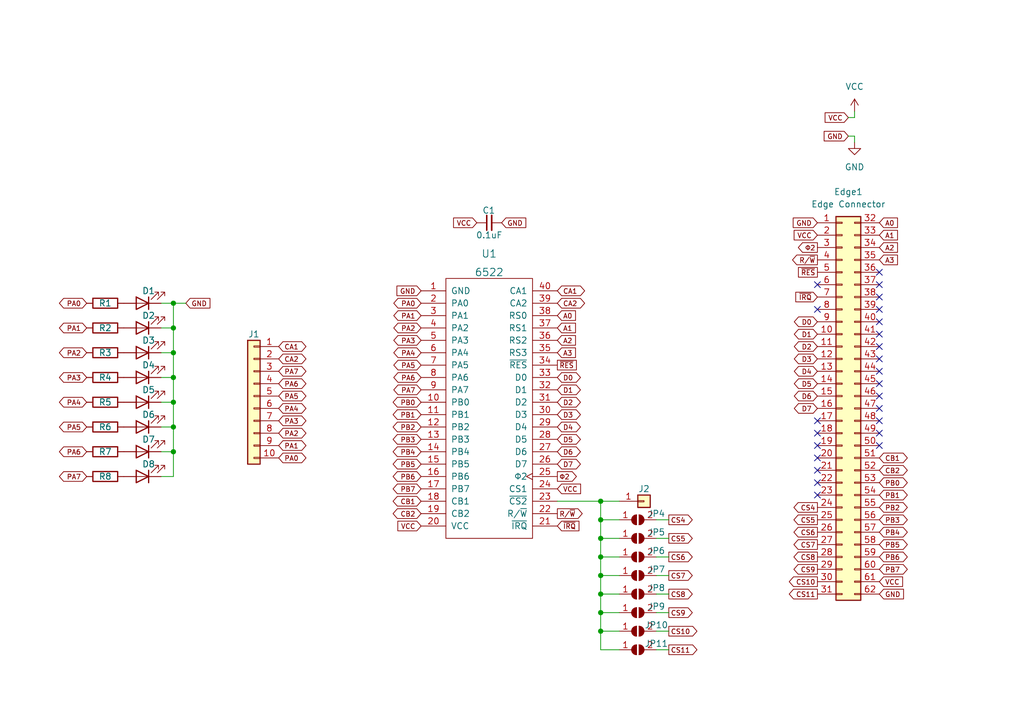
<source format=kicad_sch>
(kicad_sch (version 20211123) (generator eeschema)

  (uuid e63e39d7-6ac0-4ffd-8aa3-1841a4541b55)

  (paper "A5")

  (lib_symbols
    (symbol "Connector_Generic:Conn_01x01" (pin_names (offset 1.016) hide) (in_bom yes) (on_board yes)
      (property "Reference" "J" (id 0) (at 0 2.54 0)
        (effects (font (size 1.27 1.27)))
      )
      (property "Value" "Conn_01x01" (id 1) (at 0 -2.54 0)
        (effects (font (size 1.27 1.27)))
      )
      (property "Footprint" "" (id 2) (at 0 0 0)
        (effects (font (size 1.27 1.27)) hide)
      )
      (property "Datasheet" "~" (id 3) (at 0 0 0)
        (effects (font (size 1.27 1.27)) hide)
      )
      (property "ki_keywords" "connector" (id 4) (at 0 0 0)
        (effects (font (size 1.27 1.27)) hide)
      )
      (property "ki_description" "Generic connector, single row, 01x01, script generated (kicad-library-utils/schlib/autogen/connector/)" (id 5) (at 0 0 0)
        (effects (font (size 1.27 1.27)) hide)
      )
      (property "ki_fp_filters" "Connector*:*_1x??_*" (id 6) (at 0 0 0)
        (effects (font (size 1.27 1.27)) hide)
      )
      (symbol "Conn_01x01_1_1"
        (rectangle (start -1.27 0.127) (end 0 -0.127)
          (stroke (width 0.1524) (type default) (color 0 0 0 0))
          (fill (type none))
        )
        (rectangle (start -1.27 1.27) (end 1.27 -1.27)
          (stroke (width 0.254) (type default) (color 0 0 0 0))
          (fill (type background))
        )
        (pin passive line (at -5.08 0 0) (length 3.81)
          (name "Pin_1" (effects (font (size 1.27 1.27))))
          (number "1" (effects (font (size 1.27 1.27))))
        )
      )
    )
    (symbol "Connector_Generic:Conn_01x10" (pin_names (offset 1.016) hide) (in_bom yes) (on_board yes)
      (property "Reference" "J" (id 0) (at 0 12.7 0)
        (effects (font (size 1.27 1.27)))
      )
      (property "Value" "Conn_01x10" (id 1) (at 0 -15.24 0)
        (effects (font (size 1.27 1.27)))
      )
      (property "Footprint" "" (id 2) (at 0 0 0)
        (effects (font (size 1.27 1.27)) hide)
      )
      (property "Datasheet" "~" (id 3) (at 0 0 0)
        (effects (font (size 1.27 1.27)) hide)
      )
      (property "ki_keywords" "connector" (id 4) (at 0 0 0)
        (effects (font (size 1.27 1.27)) hide)
      )
      (property "ki_description" "Generic connector, single row, 01x10, script generated (kicad-library-utils/schlib/autogen/connector/)" (id 5) (at 0 0 0)
        (effects (font (size 1.27 1.27)) hide)
      )
      (property "ki_fp_filters" "Connector*:*_1x??_*" (id 6) (at 0 0 0)
        (effects (font (size 1.27 1.27)) hide)
      )
      (symbol "Conn_01x10_1_1"
        (rectangle (start -1.27 -12.573) (end 0 -12.827)
          (stroke (width 0.1524) (type default) (color 0 0 0 0))
          (fill (type none))
        )
        (rectangle (start -1.27 -10.033) (end 0 -10.287)
          (stroke (width 0.1524) (type default) (color 0 0 0 0))
          (fill (type none))
        )
        (rectangle (start -1.27 -7.493) (end 0 -7.747)
          (stroke (width 0.1524) (type default) (color 0 0 0 0))
          (fill (type none))
        )
        (rectangle (start -1.27 -4.953) (end 0 -5.207)
          (stroke (width 0.1524) (type default) (color 0 0 0 0))
          (fill (type none))
        )
        (rectangle (start -1.27 -2.413) (end 0 -2.667)
          (stroke (width 0.1524) (type default) (color 0 0 0 0))
          (fill (type none))
        )
        (rectangle (start -1.27 0.127) (end 0 -0.127)
          (stroke (width 0.1524) (type default) (color 0 0 0 0))
          (fill (type none))
        )
        (rectangle (start -1.27 2.667) (end 0 2.413)
          (stroke (width 0.1524) (type default) (color 0 0 0 0))
          (fill (type none))
        )
        (rectangle (start -1.27 5.207) (end 0 4.953)
          (stroke (width 0.1524) (type default) (color 0 0 0 0))
          (fill (type none))
        )
        (rectangle (start -1.27 7.747) (end 0 7.493)
          (stroke (width 0.1524) (type default) (color 0 0 0 0))
          (fill (type none))
        )
        (rectangle (start -1.27 10.287) (end 0 10.033)
          (stroke (width 0.1524) (type default) (color 0 0 0 0))
          (fill (type none))
        )
        (rectangle (start -1.27 11.43) (end 1.27 -13.97)
          (stroke (width 0.254) (type default) (color 0 0 0 0))
          (fill (type background))
        )
        (pin passive line (at -5.08 10.16 0) (length 3.81)
          (name "Pin_1" (effects (font (size 1.27 1.27))))
          (number "1" (effects (font (size 1.27 1.27))))
        )
        (pin passive line (at -5.08 -12.7 0) (length 3.81)
          (name "Pin_10" (effects (font (size 1.27 1.27))))
          (number "10" (effects (font (size 1.27 1.27))))
        )
        (pin passive line (at -5.08 7.62 0) (length 3.81)
          (name "Pin_2" (effects (font (size 1.27 1.27))))
          (number "2" (effects (font (size 1.27 1.27))))
        )
        (pin passive line (at -5.08 5.08 0) (length 3.81)
          (name "Pin_3" (effects (font (size 1.27 1.27))))
          (number "3" (effects (font (size 1.27 1.27))))
        )
        (pin passive line (at -5.08 2.54 0) (length 3.81)
          (name "Pin_4" (effects (font (size 1.27 1.27))))
          (number "4" (effects (font (size 1.27 1.27))))
        )
        (pin passive line (at -5.08 0 0) (length 3.81)
          (name "Pin_5" (effects (font (size 1.27 1.27))))
          (number "5" (effects (font (size 1.27 1.27))))
        )
        (pin passive line (at -5.08 -2.54 0) (length 3.81)
          (name "Pin_6" (effects (font (size 1.27 1.27))))
          (number "6" (effects (font (size 1.27 1.27))))
        )
        (pin passive line (at -5.08 -5.08 0) (length 3.81)
          (name "Pin_7" (effects (font (size 1.27 1.27))))
          (number "7" (effects (font (size 1.27 1.27))))
        )
        (pin passive line (at -5.08 -7.62 0) (length 3.81)
          (name "Pin_8" (effects (font (size 1.27 1.27))))
          (number "8" (effects (font (size 1.27 1.27))))
        )
        (pin passive line (at -5.08 -10.16 0) (length 3.81)
          (name "Pin_9" (effects (font (size 1.27 1.27))))
          (number "9" (effects (font (size 1.27 1.27))))
        )
      )
    )
    (symbol "Connector_Generic:Conn_02x31_Top_Bottom" (pin_names (offset 1.016) hide) (in_bom yes) (on_board yes)
      (property "Reference" "J" (id 0) (at 1.27 40.64 0)
        (effects (font (size 1.27 1.27)))
      )
      (property "Value" "Conn_02x31_Top_Bottom" (id 1) (at 1.27 -40.64 0)
        (effects (font (size 1.27 1.27)))
      )
      (property "Footprint" "" (id 2) (at 0 0 0)
        (effects (font (size 1.27 1.27)) hide)
      )
      (property "Datasheet" "~" (id 3) (at 0 0 0)
        (effects (font (size 1.27 1.27)) hide)
      )
      (property "ki_keywords" "connector" (id 4) (at 0 0 0)
        (effects (font (size 1.27 1.27)) hide)
      )
      (property "ki_description" "Generic connector, double row, 02x31, top/bottom pin numbering scheme (row 1: 1...pins_per_row, row2: pins_per_row+1 ... num_pins), script generated (kicad-library-utils/schlib/autogen/connector/)" (id 5) (at 0 0 0)
        (effects (font (size 1.27 1.27)) hide)
      )
      (property "ki_fp_filters" "Connector*:*_2x??_*" (id 6) (at 0 0 0)
        (effects (font (size 1.27 1.27)) hide)
      )
      (symbol "Conn_02x31_Top_Bottom_1_1"
        (rectangle (start -1.27 -37.973) (end 0 -38.227)
          (stroke (width 0.1524) (type default) (color 0 0 0 0))
          (fill (type none))
        )
        (rectangle (start -1.27 -35.433) (end 0 -35.687)
          (stroke (width 0.1524) (type default) (color 0 0 0 0))
          (fill (type none))
        )
        (rectangle (start -1.27 -32.893) (end 0 -33.147)
          (stroke (width 0.1524) (type default) (color 0 0 0 0))
          (fill (type none))
        )
        (rectangle (start -1.27 -30.353) (end 0 -30.607)
          (stroke (width 0.1524) (type default) (color 0 0 0 0))
          (fill (type none))
        )
        (rectangle (start -1.27 -27.813) (end 0 -28.067)
          (stroke (width 0.1524) (type default) (color 0 0 0 0))
          (fill (type none))
        )
        (rectangle (start -1.27 -25.273) (end 0 -25.527)
          (stroke (width 0.1524) (type default) (color 0 0 0 0))
          (fill (type none))
        )
        (rectangle (start -1.27 -22.733) (end 0 -22.987)
          (stroke (width 0.1524) (type default) (color 0 0 0 0))
          (fill (type none))
        )
        (rectangle (start -1.27 -20.193) (end 0 -20.447)
          (stroke (width 0.1524) (type default) (color 0 0 0 0))
          (fill (type none))
        )
        (rectangle (start -1.27 -17.653) (end 0 -17.907)
          (stroke (width 0.1524) (type default) (color 0 0 0 0))
          (fill (type none))
        )
        (rectangle (start -1.27 -15.113) (end 0 -15.367)
          (stroke (width 0.1524) (type default) (color 0 0 0 0))
          (fill (type none))
        )
        (rectangle (start -1.27 -12.573) (end 0 -12.827)
          (stroke (width 0.1524) (type default) (color 0 0 0 0))
          (fill (type none))
        )
        (rectangle (start -1.27 -10.033) (end 0 -10.287)
          (stroke (width 0.1524) (type default) (color 0 0 0 0))
          (fill (type none))
        )
        (rectangle (start -1.27 -7.493) (end 0 -7.747)
          (stroke (width 0.1524) (type default) (color 0 0 0 0))
          (fill (type none))
        )
        (rectangle (start -1.27 -4.953) (end 0 -5.207)
          (stroke (width 0.1524) (type default) (color 0 0 0 0))
          (fill (type none))
        )
        (rectangle (start -1.27 -2.413) (end 0 -2.667)
          (stroke (width 0.1524) (type default) (color 0 0 0 0))
          (fill (type none))
        )
        (rectangle (start -1.27 0.127) (end 0 -0.127)
          (stroke (width 0.1524) (type default) (color 0 0 0 0))
          (fill (type none))
        )
        (rectangle (start -1.27 2.667) (end 0 2.413)
          (stroke (width 0.1524) (type default) (color 0 0 0 0))
          (fill (type none))
        )
        (rectangle (start -1.27 5.207) (end 0 4.953)
          (stroke (width 0.1524) (type default) (color 0 0 0 0))
          (fill (type none))
        )
        (rectangle (start -1.27 7.747) (end 0 7.493)
          (stroke (width 0.1524) (type default) (color 0 0 0 0))
          (fill (type none))
        )
        (rectangle (start -1.27 10.287) (end 0 10.033)
          (stroke (width 0.1524) (type default) (color 0 0 0 0))
          (fill (type none))
        )
        (rectangle (start -1.27 12.827) (end 0 12.573)
          (stroke (width 0.1524) (type default) (color 0 0 0 0))
          (fill (type none))
        )
        (rectangle (start -1.27 15.367) (end 0 15.113)
          (stroke (width 0.1524) (type default) (color 0 0 0 0))
          (fill (type none))
        )
        (rectangle (start -1.27 17.907) (end 0 17.653)
          (stroke (width 0.1524) (type default) (color 0 0 0 0))
          (fill (type none))
        )
        (rectangle (start -1.27 20.447) (end 0 20.193)
          (stroke (width 0.1524) (type default) (color 0 0 0 0))
          (fill (type none))
        )
        (rectangle (start -1.27 22.987) (end 0 22.733)
          (stroke (width 0.1524) (type default) (color 0 0 0 0))
          (fill (type none))
        )
        (rectangle (start -1.27 25.527) (end 0 25.273)
          (stroke (width 0.1524) (type default) (color 0 0 0 0))
          (fill (type none))
        )
        (rectangle (start -1.27 28.067) (end 0 27.813)
          (stroke (width 0.1524) (type default) (color 0 0 0 0))
          (fill (type none))
        )
        (rectangle (start -1.27 30.607) (end 0 30.353)
          (stroke (width 0.1524) (type default) (color 0 0 0 0))
          (fill (type none))
        )
        (rectangle (start -1.27 33.147) (end 0 32.893)
          (stroke (width 0.1524) (type default) (color 0 0 0 0))
          (fill (type none))
        )
        (rectangle (start -1.27 35.687) (end 0 35.433)
          (stroke (width 0.1524) (type default) (color 0 0 0 0))
          (fill (type none))
        )
        (rectangle (start -1.27 38.227) (end 0 37.973)
          (stroke (width 0.1524) (type default) (color 0 0 0 0))
          (fill (type none))
        )
        (rectangle (start -1.27 39.37) (end 3.81 -39.37)
          (stroke (width 0.254) (type default) (color 0 0 0 0))
          (fill (type background))
        )
        (rectangle (start 3.81 -37.973) (end 2.54 -38.227)
          (stroke (width 0.1524) (type default) (color 0 0 0 0))
          (fill (type none))
        )
        (rectangle (start 3.81 -35.433) (end 2.54 -35.687)
          (stroke (width 0.1524) (type default) (color 0 0 0 0))
          (fill (type none))
        )
        (rectangle (start 3.81 -32.893) (end 2.54 -33.147)
          (stroke (width 0.1524) (type default) (color 0 0 0 0))
          (fill (type none))
        )
        (rectangle (start 3.81 -30.353) (end 2.54 -30.607)
          (stroke (width 0.1524) (type default) (color 0 0 0 0))
          (fill (type none))
        )
        (rectangle (start 3.81 -27.813) (end 2.54 -28.067)
          (stroke (width 0.1524) (type default) (color 0 0 0 0))
          (fill (type none))
        )
        (rectangle (start 3.81 -25.273) (end 2.54 -25.527)
          (stroke (width 0.1524) (type default) (color 0 0 0 0))
          (fill (type none))
        )
        (rectangle (start 3.81 -22.733) (end 2.54 -22.987)
          (stroke (width 0.1524) (type default) (color 0 0 0 0))
          (fill (type none))
        )
        (rectangle (start 3.81 -20.193) (end 2.54 -20.447)
          (stroke (width 0.1524) (type default) (color 0 0 0 0))
          (fill (type none))
        )
        (rectangle (start 3.81 -17.653) (end 2.54 -17.907)
          (stroke (width 0.1524) (type default) (color 0 0 0 0))
          (fill (type none))
        )
        (rectangle (start 3.81 -15.113) (end 2.54 -15.367)
          (stroke (width 0.1524) (type default) (color 0 0 0 0))
          (fill (type none))
        )
        (rectangle (start 3.81 -12.573) (end 2.54 -12.827)
          (stroke (width 0.1524) (type default) (color 0 0 0 0))
          (fill (type none))
        )
        (rectangle (start 3.81 -10.033) (end 2.54 -10.287)
          (stroke (width 0.1524) (type default) (color 0 0 0 0))
          (fill (type none))
        )
        (rectangle (start 3.81 -7.493) (end 2.54 -7.747)
          (stroke (width 0.1524) (type default) (color 0 0 0 0))
          (fill (type none))
        )
        (rectangle (start 3.81 -4.953) (end 2.54 -5.207)
          (stroke (width 0.1524) (type default) (color 0 0 0 0))
          (fill (type none))
        )
        (rectangle (start 3.81 -2.413) (end 2.54 -2.667)
          (stroke (width 0.1524) (type default) (color 0 0 0 0))
          (fill (type none))
        )
        (rectangle (start 3.81 0.127) (end 2.54 -0.127)
          (stroke (width 0.1524) (type default) (color 0 0 0 0))
          (fill (type none))
        )
        (rectangle (start 3.81 2.667) (end 2.54 2.413)
          (stroke (width 0.1524) (type default) (color 0 0 0 0))
          (fill (type none))
        )
        (rectangle (start 3.81 5.207) (end 2.54 4.953)
          (stroke (width 0.1524) (type default) (color 0 0 0 0))
          (fill (type none))
        )
        (rectangle (start 3.81 7.747) (end 2.54 7.493)
          (stroke (width 0.1524) (type default) (color 0 0 0 0))
          (fill (type none))
        )
        (rectangle (start 3.81 10.287) (end 2.54 10.033)
          (stroke (width 0.1524) (type default) (color 0 0 0 0))
          (fill (type none))
        )
        (rectangle (start 3.81 12.827) (end 2.54 12.573)
          (stroke (width 0.1524) (type default) (color 0 0 0 0))
          (fill (type none))
        )
        (rectangle (start 3.81 15.367) (end 2.54 15.113)
          (stroke (width 0.1524) (type default) (color 0 0 0 0))
          (fill (type none))
        )
        (rectangle (start 3.81 17.907) (end 2.54 17.653)
          (stroke (width 0.1524) (type default) (color 0 0 0 0))
          (fill (type none))
        )
        (rectangle (start 3.81 20.447) (end 2.54 20.193)
          (stroke (width 0.1524) (type default) (color 0 0 0 0))
          (fill (type none))
        )
        (rectangle (start 3.81 22.987) (end 2.54 22.733)
          (stroke (width 0.1524) (type default) (color 0 0 0 0))
          (fill (type none))
        )
        (rectangle (start 3.81 25.527) (end 2.54 25.273)
          (stroke (width 0.1524) (type default) (color 0 0 0 0))
          (fill (type none))
        )
        (rectangle (start 3.81 28.067) (end 2.54 27.813)
          (stroke (width 0.1524) (type default) (color 0 0 0 0))
          (fill (type none))
        )
        (rectangle (start 3.81 30.607) (end 2.54 30.353)
          (stroke (width 0.1524) (type default) (color 0 0 0 0))
          (fill (type none))
        )
        (rectangle (start 3.81 33.147) (end 2.54 32.893)
          (stroke (width 0.1524) (type default) (color 0 0 0 0))
          (fill (type none))
        )
        (rectangle (start 3.81 35.687) (end 2.54 35.433)
          (stroke (width 0.1524) (type default) (color 0 0 0 0))
          (fill (type none))
        )
        (rectangle (start 3.81 38.227) (end 2.54 37.973)
          (stroke (width 0.1524) (type default) (color 0 0 0 0))
          (fill (type none))
        )
        (pin passive line (at -5.08 38.1 0) (length 3.81)
          (name "Pin_1" (effects (font (size 1.27 1.27))))
          (number "1" (effects (font (size 1.27 1.27))))
        )
        (pin passive line (at -5.08 15.24 0) (length 3.81)
          (name "Pin_10" (effects (font (size 1.27 1.27))))
          (number "10" (effects (font (size 1.27 1.27))))
        )
        (pin passive line (at -5.08 12.7 0) (length 3.81)
          (name "Pin_11" (effects (font (size 1.27 1.27))))
          (number "11" (effects (font (size 1.27 1.27))))
        )
        (pin passive line (at -5.08 10.16 0) (length 3.81)
          (name "Pin_12" (effects (font (size 1.27 1.27))))
          (number "12" (effects (font (size 1.27 1.27))))
        )
        (pin passive line (at -5.08 7.62 0) (length 3.81)
          (name "Pin_13" (effects (font (size 1.27 1.27))))
          (number "13" (effects (font (size 1.27 1.27))))
        )
        (pin passive line (at -5.08 5.08 0) (length 3.81)
          (name "Pin_14" (effects (font (size 1.27 1.27))))
          (number "14" (effects (font (size 1.27 1.27))))
        )
        (pin passive line (at -5.08 2.54 0) (length 3.81)
          (name "Pin_15" (effects (font (size 1.27 1.27))))
          (number "15" (effects (font (size 1.27 1.27))))
        )
        (pin passive line (at -5.08 0 0) (length 3.81)
          (name "Pin_16" (effects (font (size 1.27 1.27))))
          (number "16" (effects (font (size 1.27 1.27))))
        )
        (pin passive line (at -5.08 -2.54 0) (length 3.81)
          (name "Pin_17" (effects (font (size 1.27 1.27))))
          (number "17" (effects (font (size 1.27 1.27))))
        )
        (pin passive line (at -5.08 -5.08 0) (length 3.81)
          (name "Pin_18" (effects (font (size 1.27 1.27))))
          (number "18" (effects (font (size 1.27 1.27))))
        )
        (pin passive line (at -5.08 -7.62 0) (length 3.81)
          (name "Pin_19" (effects (font (size 1.27 1.27))))
          (number "19" (effects (font (size 1.27 1.27))))
        )
        (pin passive line (at -5.08 35.56 0) (length 3.81)
          (name "Pin_2" (effects (font (size 1.27 1.27))))
          (number "2" (effects (font (size 1.27 1.27))))
        )
        (pin passive line (at -5.08 -10.16 0) (length 3.81)
          (name "Pin_20" (effects (font (size 1.27 1.27))))
          (number "20" (effects (font (size 1.27 1.27))))
        )
        (pin passive line (at -5.08 -12.7 0) (length 3.81)
          (name "Pin_21" (effects (font (size 1.27 1.27))))
          (number "21" (effects (font (size 1.27 1.27))))
        )
        (pin passive line (at -5.08 -15.24 0) (length 3.81)
          (name "Pin_22" (effects (font (size 1.27 1.27))))
          (number "22" (effects (font (size 1.27 1.27))))
        )
        (pin passive line (at -5.08 -17.78 0) (length 3.81)
          (name "Pin_23" (effects (font (size 1.27 1.27))))
          (number "23" (effects (font (size 1.27 1.27))))
        )
        (pin passive line (at -5.08 -20.32 0) (length 3.81)
          (name "Pin_24" (effects (font (size 1.27 1.27))))
          (number "24" (effects (font (size 1.27 1.27))))
        )
        (pin passive line (at -5.08 -22.86 0) (length 3.81)
          (name "Pin_25" (effects (font (size 1.27 1.27))))
          (number "25" (effects (font (size 1.27 1.27))))
        )
        (pin passive line (at -5.08 -25.4 0) (length 3.81)
          (name "Pin_26" (effects (font (size 1.27 1.27))))
          (number "26" (effects (font (size 1.27 1.27))))
        )
        (pin passive line (at -5.08 -27.94 0) (length 3.81)
          (name "Pin_27" (effects (font (size 1.27 1.27))))
          (number "27" (effects (font (size 1.27 1.27))))
        )
        (pin passive line (at -5.08 -30.48 0) (length 3.81)
          (name "Pin_28" (effects (font (size 1.27 1.27))))
          (number "28" (effects (font (size 1.27 1.27))))
        )
        (pin passive line (at -5.08 -33.02 0) (length 3.81)
          (name "Pin_29" (effects (font (size 1.27 1.27))))
          (number "29" (effects (font (size 1.27 1.27))))
        )
        (pin passive line (at -5.08 33.02 0) (length 3.81)
          (name "Pin_3" (effects (font (size 1.27 1.27))))
          (number "3" (effects (font (size 1.27 1.27))))
        )
        (pin passive line (at -5.08 -35.56 0) (length 3.81)
          (name "Pin_30" (effects (font (size 1.27 1.27))))
          (number "30" (effects (font (size 1.27 1.27))))
        )
        (pin passive line (at -5.08 -38.1 0) (length 3.81)
          (name "Pin_31" (effects (font (size 1.27 1.27))))
          (number "31" (effects (font (size 1.27 1.27))))
        )
        (pin passive line (at 7.62 38.1 180) (length 3.81)
          (name "Pin_32" (effects (font (size 1.27 1.27))))
          (number "32" (effects (font (size 1.27 1.27))))
        )
        (pin passive line (at 7.62 35.56 180) (length 3.81)
          (name "Pin_33" (effects (font (size 1.27 1.27))))
          (number "33" (effects (font (size 1.27 1.27))))
        )
        (pin passive line (at 7.62 33.02 180) (length 3.81)
          (name "Pin_34" (effects (font (size 1.27 1.27))))
          (number "34" (effects (font (size 1.27 1.27))))
        )
        (pin passive line (at 7.62 30.48 180) (length 3.81)
          (name "Pin_35" (effects (font (size 1.27 1.27))))
          (number "35" (effects (font (size 1.27 1.27))))
        )
        (pin passive line (at 7.62 27.94 180) (length 3.81)
          (name "Pin_36" (effects (font (size 1.27 1.27))))
          (number "36" (effects (font (size 1.27 1.27))))
        )
        (pin passive line (at 7.62 25.4 180) (length 3.81)
          (name "Pin_37" (effects (font (size 1.27 1.27))))
          (number "37" (effects (font (size 1.27 1.27))))
        )
        (pin passive line (at 7.62 22.86 180) (length 3.81)
          (name "Pin_38" (effects (font (size 1.27 1.27))))
          (number "38" (effects (font (size 1.27 1.27))))
        )
        (pin passive line (at 7.62 20.32 180) (length 3.81)
          (name "Pin_39" (effects (font (size 1.27 1.27))))
          (number "39" (effects (font (size 1.27 1.27))))
        )
        (pin passive line (at -5.08 30.48 0) (length 3.81)
          (name "Pin_4" (effects (font (size 1.27 1.27))))
          (number "4" (effects (font (size 1.27 1.27))))
        )
        (pin passive line (at 7.62 17.78 180) (length 3.81)
          (name "Pin_40" (effects (font (size 1.27 1.27))))
          (number "40" (effects (font (size 1.27 1.27))))
        )
        (pin passive line (at 7.62 15.24 180) (length 3.81)
          (name "Pin_41" (effects (font (size 1.27 1.27))))
          (number "41" (effects (font (size 1.27 1.27))))
        )
        (pin passive line (at 7.62 12.7 180) (length 3.81)
          (name "Pin_42" (effects (font (size 1.27 1.27))))
          (number "42" (effects (font (size 1.27 1.27))))
        )
        (pin passive line (at 7.62 10.16 180) (length 3.81)
          (name "Pin_43" (effects (font (size 1.27 1.27))))
          (number "43" (effects (font (size 1.27 1.27))))
        )
        (pin passive line (at 7.62 7.62 180) (length 3.81)
          (name "Pin_44" (effects (font (size 1.27 1.27))))
          (number "44" (effects (font (size 1.27 1.27))))
        )
        (pin passive line (at 7.62 5.08 180) (length 3.81)
          (name "Pin_45" (effects (font (size 1.27 1.27))))
          (number "45" (effects (font (size 1.27 1.27))))
        )
        (pin passive line (at 7.62 2.54 180) (length 3.81)
          (name "Pin_46" (effects (font (size 1.27 1.27))))
          (number "46" (effects (font (size 1.27 1.27))))
        )
        (pin passive line (at 7.62 0 180) (length 3.81)
          (name "Pin_47" (effects (font (size 1.27 1.27))))
          (number "47" (effects (font (size 1.27 1.27))))
        )
        (pin passive line (at 7.62 -2.54 180) (length 3.81)
          (name "Pin_48" (effects (font (size 1.27 1.27))))
          (number "48" (effects (font (size 1.27 1.27))))
        )
        (pin passive line (at 7.62 -5.08 180) (length 3.81)
          (name "Pin_49" (effects (font (size 1.27 1.27))))
          (number "49" (effects (font (size 1.27 1.27))))
        )
        (pin passive line (at -5.08 27.94 0) (length 3.81)
          (name "Pin_5" (effects (font (size 1.27 1.27))))
          (number "5" (effects (font (size 1.27 1.27))))
        )
        (pin passive line (at 7.62 -7.62 180) (length 3.81)
          (name "Pin_50" (effects (font (size 1.27 1.27))))
          (number "50" (effects (font (size 1.27 1.27))))
        )
        (pin passive line (at 7.62 -10.16 180) (length 3.81)
          (name "Pin_51" (effects (font (size 1.27 1.27))))
          (number "51" (effects (font (size 1.27 1.27))))
        )
        (pin passive line (at 7.62 -12.7 180) (length 3.81)
          (name "Pin_52" (effects (font (size 1.27 1.27))))
          (number "52" (effects (font (size 1.27 1.27))))
        )
        (pin passive line (at 7.62 -15.24 180) (length 3.81)
          (name "Pin_53" (effects (font (size 1.27 1.27))))
          (number "53" (effects (font (size 1.27 1.27))))
        )
        (pin passive line (at 7.62 -17.78 180) (length 3.81)
          (name "Pin_54" (effects (font (size 1.27 1.27))))
          (number "54" (effects (font (size 1.27 1.27))))
        )
        (pin passive line (at 7.62 -20.32 180) (length 3.81)
          (name "Pin_55" (effects (font (size 1.27 1.27))))
          (number "55" (effects (font (size 1.27 1.27))))
        )
        (pin passive line (at 7.62 -22.86 180) (length 3.81)
          (name "Pin_56" (effects (font (size 1.27 1.27))))
          (number "56" (effects (font (size 1.27 1.27))))
        )
        (pin passive line (at 7.62 -25.4 180) (length 3.81)
          (name "Pin_57" (effects (font (size 1.27 1.27))))
          (number "57" (effects (font (size 1.27 1.27))))
        )
        (pin passive line (at 7.62 -27.94 180) (length 3.81)
          (name "Pin_58" (effects (font (size 1.27 1.27))))
          (number "58" (effects (font (size 1.27 1.27))))
        )
        (pin passive line (at 7.62 -30.48 180) (length 3.81)
          (name "Pin_59" (effects (font (size 1.27 1.27))))
          (number "59" (effects (font (size 1.27 1.27))))
        )
        (pin passive line (at -5.08 25.4 0) (length 3.81)
          (name "Pin_6" (effects (font (size 1.27 1.27))))
          (number "6" (effects (font (size 1.27 1.27))))
        )
        (pin passive line (at 7.62 -33.02 180) (length 3.81)
          (name "Pin_60" (effects (font (size 1.27 1.27))))
          (number "60" (effects (font (size 1.27 1.27))))
        )
        (pin passive line (at 7.62 -35.56 180) (length 3.81)
          (name "Pin_61" (effects (font (size 1.27 1.27))))
          (number "61" (effects (font (size 1.27 1.27))))
        )
        (pin passive line (at 7.62 -38.1 180) (length 3.81)
          (name "Pin_62" (effects (font (size 1.27 1.27))))
          (number "62" (effects (font (size 1.27 1.27))))
        )
        (pin passive line (at -5.08 22.86 0) (length 3.81)
          (name "Pin_7" (effects (font (size 1.27 1.27))))
          (number "7" (effects (font (size 1.27 1.27))))
        )
        (pin passive line (at -5.08 20.32 0) (length 3.81)
          (name "Pin_8" (effects (font (size 1.27 1.27))))
          (number "8" (effects (font (size 1.27 1.27))))
        )
        (pin passive line (at -5.08 17.78 0) (length 3.81)
          (name "Pin_9" (effects (font (size 1.27 1.27))))
          (number "9" (effects (font (size 1.27 1.27))))
        )
      )
    )
    (symbol "Device:C_Small" (pin_numbers hide) (pin_names (offset 0.254) hide) (in_bom yes) (on_board yes)
      (property "Reference" "C" (id 0) (at 0.254 1.778 0)
        (effects (font (size 1.27 1.27)) (justify left))
      )
      (property "Value" "C_Small" (id 1) (at 0.254 -2.032 0)
        (effects (font (size 1.27 1.27)) (justify left))
      )
      (property "Footprint" "" (id 2) (at 0 0 0)
        (effects (font (size 1.27 1.27)) hide)
      )
      (property "Datasheet" "~" (id 3) (at 0 0 0)
        (effects (font (size 1.27 1.27)) hide)
      )
      (property "ki_keywords" "capacitor cap" (id 4) (at 0 0 0)
        (effects (font (size 1.27 1.27)) hide)
      )
      (property "ki_description" "Unpolarized capacitor, small symbol" (id 5) (at 0 0 0)
        (effects (font (size 1.27 1.27)) hide)
      )
      (property "ki_fp_filters" "C_*" (id 6) (at 0 0 0)
        (effects (font (size 1.27 1.27)) hide)
      )
      (symbol "C_Small_0_1"
        (polyline
          (pts
            (xy -1.524 -0.508)
            (xy 1.524 -0.508)
          )
          (stroke (width 0.3302) (type default) (color 0 0 0 0))
          (fill (type none))
        )
        (polyline
          (pts
            (xy -1.524 0.508)
            (xy 1.524 0.508)
          )
          (stroke (width 0.3048) (type default) (color 0 0 0 0))
          (fill (type none))
        )
      )
      (symbol "C_Small_1_1"
        (pin passive line (at 0 2.54 270) (length 2.032)
          (name "~" (effects (font (size 1.27 1.27))))
          (number "1" (effects (font (size 1.27 1.27))))
        )
        (pin passive line (at 0 -2.54 90) (length 2.032)
          (name "~" (effects (font (size 1.27 1.27))))
          (number "2" (effects (font (size 1.27 1.27))))
        )
      )
    )
    (symbol "Device:LED" (pin_numbers hide) (pin_names (offset 1.016) hide) (in_bom yes) (on_board yes)
      (property "Reference" "D" (id 0) (at 0 2.54 0)
        (effects (font (size 1.27 1.27)))
      )
      (property "Value" "LED" (id 1) (at 0 -2.54 0)
        (effects (font (size 1.27 1.27)))
      )
      (property "Footprint" "" (id 2) (at 0 0 0)
        (effects (font (size 1.27 1.27)) hide)
      )
      (property "Datasheet" "~" (id 3) (at 0 0 0)
        (effects (font (size 1.27 1.27)) hide)
      )
      (property "ki_keywords" "LED diode" (id 4) (at 0 0 0)
        (effects (font (size 1.27 1.27)) hide)
      )
      (property "ki_description" "Light emitting diode" (id 5) (at 0 0 0)
        (effects (font (size 1.27 1.27)) hide)
      )
      (property "ki_fp_filters" "LED* LED_SMD:* LED_THT:*" (id 6) (at 0 0 0)
        (effects (font (size 1.27 1.27)) hide)
      )
      (symbol "LED_0_1"
        (polyline
          (pts
            (xy -1.27 -1.27)
            (xy -1.27 1.27)
          )
          (stroke (width 0.254) (type default) (color 0 0 0 0))
          (fill (type none))
        )
        (polyline
          (pts
            (xy -1.27 0)
            (xy 1.27 0)
          )
          (stroke (width 0) (type default) (color 0 0 0 0))
          (fill (type none))
        )
        (polyline
          (pts
            (xy 1.27 -1.27)
            (xy 1.27 1.27)
            (xy -1.27 0)
            (xy 1.27 -1.27)
          )
          (stroke (width 0.254) (type default) (color 0 0 0 0))
          (fill (type none))
        )
        (polyline
          (pts
            (xy -3.048 -0.762)
            (xy -4.572 -2.286)
            (xy -3.81 -2.286)
            (xy -4.572 -2.286)
            (xy -4.572 -1.524)
          )
          (stroke (width 0) (type default) (color 0 0 0 0))
          (fill (type none))
        )
        (polyline
          (pts
            (xy -1.778 -0.762)
            (xy -3.302 -2.286)
            (xy -2.54 -2.286)
            (xy -3.302 -2.286)
            (xy -3.302 -1.524)
          )
          (stroke (width 0) (type default) (color 0 0 0 0))
          (fill (type none))
        )
      )
      (symbol "LED_1_1"
        (pin passive line (at -3.81 0 0) (length 2.54)
          (name "K" (effects (font (size 1.27 1.27))))
          (number "1" (effects (font (size 1.27 1.27))))
        )
        (pin passive line (at 3.81 0 180) (length 2.54)
          (name "A" (effects (font (size 1.27 1.27))))
          (number "2" (effects (font (size 1.27 1.27))))
        )
      )
    )
    (symbol "Device:R" (pin_numbers hide) (pin_names (offset 0)) (in_bom yes) (on_board yes)
      (property "Reference" "R" (id 0) (at 2.032 0 90)
        (effects (font (size 1.27 1.27)))
      )
      (property "Value" "R" (id 1) (at 0 0 90)
        (effects (font (size 1.27 1.27)))
      )
      (property "Footprint" "" (id 2) (at -1.778 0 90)
        (effects (font (size 1.27 1.27)) hide)
      )
      (property "Datasheet" "~" (id 3) (at 0 0 0)
        (effects (font (size 1.27 1.27)) hide)
      )
      (property "ki_keywords" "R res resistor" (id 4) (at 0 0 0)
        (effects (font (size 1.27 1.27)) hide)
      )
      (property "ki_description" "Resistor" (id 5) (at 0 0 0)
        (effects (font (size 1.27 1.27)) hide)
      )
      (property "ki_fp_filters" "R_*" (id 6) (at 0 0 0)
        (effects (font (size 1.27 1.27)) hide)
      )
      (symbol "R_0_1"
        (rectangle (start -1.016 -2.54) (end 1.016 2.54)
          (stroke (width 0.254) (type default) (color 0 0 0 0))
          (fill (type none))
        )
      )
      (symbol "R_1_1"
        (pin passive line (at 0 3.81 270) (length 1.27)
          (name "~" (effects (font (size 1.27 1.27))))
          (number "1" (effects (font (size 1.27 1.27))))
        )
        (pin passive line (at 0 -3.81 90) (length 1.27)
          (name "~" (effects (font (size 1.27 1.27))))
          (number "2" (effects (font (size 1.27 1.27))))
        )
      )
    )
    (symbol "IO65:6522" (pin_names (offset 1.016)) (in_bom yes) (on_board yes)
      (property "Reference" "U" (id 0) (at 0 27.94 0)
        (effects (font (size 1.524 1.524)))
      )
      (property "Value" "6522" (id 1) (at 0 0 0)
        (effects (font (size 1.524 1.524)))
      )
      (property "Footprint" "Package_DIP:DIP-40_W15.24mm_Socket" (id 2) (at 0 -27.94 0)
        (effects (font (size 1.524 1.524)) hide)
      )
      (property "Datasheet" "" (id 3) (at 0 0 0)
        (effects (font (size 1.524 1.524)) hide)
      )
      (property "ki_keywords" "VIA" (id 4) (at 0 0 0)
        (effects (font (size 1.27 1.27)) hide)
      )
      (property "ki_description" "Versatile Interface Adapter" (id 5) (at 0 0 0)
        (effects (font (size 1.27 1.27)) hide)
      )
      (symbol "6522_0_1"
        (rectangle (start -8.89 26.67) (end 8.89 -26.67)
          (stroke (width 0) (type default) (color 0 0 0 0))
          (fill (type none))
        )
      )
      (symbol "6522_1_1"
        (pin power_out line (at -13.97 24.13 0) (length 5.08)
          (name "GND" (effects (font (size 1.27 1.27))))
          (number "1" (effects (font (size 1.27 1.27))))
        )
        (pin bidirectional line (at -13.97 1.27 0) (length 5.08)
          (name "PB0" (effects (font (size 1.27 1.27))))
          (number "10" (effects (font (size 1.27 1.27))))
        )
        (pin bidirectional line (at -13.97 -1.27 0) (length 5.08)
          (name "PB1" (effects (font (size 1.27 1.27))))
          (number "11" (effects (font (size 1.27 1.27))))
        )
        (pin bidirectional line (at -13.97 -3.81 0) (length 5.08)
          (name "PB2" (effects (font (size 1.27 1.27))))
          (number "12" (effects (font (size 1.27 1.27))))
        )
        (pin bidirectional line (at -13.97 -6.35 0) (length 5.08)
          (name "PB3" (effects (font (size 1.27 1.27))))
          (number "13" (effects (font (size 1.27 1.27))))
        )
        (pin bidirectional line (at -13.97 -8.89 0) (length 5.08)
          (name "PB4" (effects (font (size 1.27 1.27))))
          (number "14" (effects (font (size 1.27 1.27))))
        )
        (pin bidirectional line (at -13.97 -11.43 0) (length 5.08)
          (name "PB5" (effects (font (size 1.27 1.27))))
          (number "15" (effects (font (size 1.27 1.27))))
        )
        (pin bidirectional line (at -13.97 -13.97 0) (length 5.08)
          (name "PB6" (effects (font (size 1.27 1.27))))
          (number "16" (effects (font (size 1.27 1.27))))
        )
        (pin bidirectional line (at -13.97 -16.51 0) (length 5.08)
          (name "PB7" (effects (font (size 1.27 1.27))))
          (number "17" (effects (font (size 1.27 1.27))))
        )
        (pin output line (at -13.97 -19.05 0) (length 5.08)
          (name "CB1" (effects (font (size 1.27 1.27))))
          (number "18" (effects (font (size 1.27 1.27))))
        )
        (pin output line (at -13.97 -21.59 0) (length 5.08)
          (name "CB2" (effects (font (size 1.27 1.27))))
          (number "19" (effects (font (size 1.27 1.27))))
        )
        (pin bidirectional line (at -13.97 21.59 0) (length 5.08)
          (name "PA0" (effects (font (size 1.27 1.27))))
          (number "2" (effects (font (size 1.27 1.27))))
        )
        (pin power_out line (at -13.97 -24.13 0) (length 5.08)
          (name "VCC" (effects (font (size 1.27 1.27))))
          (number "20" (effects (font (size 1.27 1.27))))
        )
        (pin input line (at 13.97 -24.13 180) (length 5.08)
          (name "~{IRQ}" (effects (font (size 1.27 1.27))))
          (number "21" (effects (font (size 1.27 1.27))))
        )
        (pin input line (at 13.97 -21.59 180) (length 5.08)
          (name "R/~{W}" (effects (font (size 1.27 1.27))))
          (number "22" (effects (font (size 1.27 1.27))))
        )
        (pin input line (at 13.97 -19.05 180) (length 5.08)
          (name "~{CS2}" (effects (font (size 1.27 1.27))))
          (number "23" (effects (font (size 1.27 1.27))))
        )
        (pin input line (at 13.97 -16.51 180) (length 5.08)
          (name "CS1" (effects (font (size 1.27 1.27))))
          (number "24" (effects (font (size 1.27 1.27))))
        )
        (pin input clock (at 13.97 -13.97 180) (length 5.08)
          (name "Φ2" (effects (font (size 1.27 1.27))))
          (number "25" (effects (font (size 1.27 1.27))))
        )
        (pin bidirectional line (at 13.97 -11.43 180) (length 5.08)
          (name "D7" (effects (font (size 1.27 1.27))))
          (number "26" (effects (font (size 1.27 1.27))))
        )
        (pin bidirectional line (at 13.97 -8.89 180) (length 5.08)
          (name "D6" (effects (font (size 1.27 1.27))))
          (number "27" (effects (font (size 1.27 1.27))))
        )
        (pin bidirectional line (at 13.97 -6.35 180) (length 5.08)
          (name "D5" (effects (font (size 1.27 1.27))))
          (number "28" (effects (font (size 1.27 1.27))))
        )
        (pin bidirectional line (at 13.97 -3.81 180) (length 5.08)
          (name "D4" (effects (font (size 1.27 1.27))))
          (number "29" (effects (font (size 1.27 1.27))))
        )
        (pin bidirectional line (at -13.97 19.05 0) (length 5.08)
          (name "PA1" (effects (font (size 1.27 1.27))))
          (number "3" (effects (font (size 1.27 1.27))))
        )
        (pin bidirectional line (at 13.97 -1.27 180) (length 5.08)
          (name "D3" (effects (font (size 1.27 1.27))))
          (number "30" (effects (font (size 1.27 1.27))))
        )
        (pin bidirectional line (at 13.97 1.27 180) (length 5.08)
          (name "D2" (effects (font (size 1.27 1.27))))
          (number "31" (effects (font (size 1.27 1.27))))
        )
        (pin bidirectional line (at 13.97 3.81 180) (length 5.08)
          (name "D1" (effects (font (size 1.27 1.27))))
          (number "32" (effects (font (size 1.27 1.27))))
        )
        (pin bidirectional line (at 13.97 6.35 180) (length 5.08)
          (name "D0" (effects (font (size 1.27 1.27))))
          (number "33" (effects (font (size 1.27 1.27))))
        )
        (pin input line (at 13.97 8.89 180) (length 5.08)
          (name "~{RES}" (effects (font (size 1.27 1.27))))
          (number "34" (effects (font (size 1.27 1.27))))
        )
        (pin input line (at 13.97 11.43 180) (length 5.08)
          (name "RS3" (effects (font (size 1.27 1.27))))
          (number "35" (effects (font (size 1.27 1.27))))
        )
        (pin input line (at 13.97 13.97 180) (length 5.08)
          (name "RS2" (effects (font (size 1.27 1.27))))
          (number "36" (effects (font (size 1.27 1.27))))
        )
        (pin input line (at 13.97 16.51 180) (length 5.08)
          (name "RS1" (effects (font (size 1.27 1.27))))
          (number "37" (effects (font (size 1.27 1.27))))
        )
        (pin input line (at 13.97 19.05 180) (length 5.08)
          (name "RS0" (effects (font (size 1.27 1.27))))
          (number "38" (effects (font (size 1.27 1.27))))
        )
        (pin output line (at 13.97 21.59 180) (length 5.08)
          (name "CA2" (effects (font (size 1.27 1.27))))
          (number "39" (effects (font (size 1.27 1.27))))
        )
        (pin bidirectional line (at -13.97 16.51 0) (length 5.08)
          (name "PA2" (effects (font (size 1.27 1.27))))
          (number "4" (effects (font (size 1.27 1.27))))
        )
        (pin output line (at 13.97 24.13 180) (length 5.08)
          (name "CA1" (effects (font (size 1.27 1.27))))
          (number "40" (effects (font (size 1.27 1.27))))
        )
        (pin bidirectional line (at -13.97 13.97 0) (length 5.08)
          (name "PA3" (effects (font (size 1.27 1.27))))
          (number "5" (effects (font (size 1.27 1.27))))
        )
        (pin bidirectional line (at -13.97 11.43 0) (length 5.08)
          (name "PA4" (effects (font (size 1.27 1.27))))
          (number "6" (effects (font (size 1.27 1.27))))
        )
        (pin bidirectional line (at -13.97 8.89 0) (length 5.08)
          (name "PA5" (effects (font (size 1.27 1.27))))
          (number "7" (effects (font (size 1.27 1.27))))
        )
        (pin bidirectional line (at -13.97 6.35 0) (length 5.08)
          (name "PA6" (effects (font (size 1.27 1.27))))
          (number "8" (effects (font (size 1.27 1.27))))
        )
        (pin bidirectional line (at -13.97 3.81 0) (length 5.08)
          (name "PA7" (effects (font (size 1.27 1.27))))
          (number "9" (effects (font (size 1.27 1.27))))
        )
      )
    )
    (symbol "SolderJumper_2_Open_1" (pin_names (offset 0) hide) (in_bom yes) (on_board yes)
      (property "Reference" "JP" (id 0) (at 0 2.032 0)
        (effects (font (size 1.27 1.27)))
      )
      (property "Value" "SolderJumper_2_Open_1" (id 1) (at 0 -2.54 0)
        (effects (font (size 1.27 1.27)))
      )
      (property "Footprint" "" (id 2) (at 0 0 0)
        (effects (font (size 1.27 1.27)) hide)
      )
      (property "Datasheet" "~" (id 3) (at 0 0 0)
        (effects (font (size 1.27 1.27)) hide)
      )
      (property "ki_keywords" "solder jumper SPST" (id 4) (at 0 0 0)
        (effects (font (size 1.27 1.27)) hide)
      )
      (property "ki_description" "Solder Jumper, 2-pole, open" (id 5) (at 0 0 0)
        (effects (font (size 1.27 1.27)) hide)
      )
      (property "ki_fp_filters" "SolderJumper*Open*" (id 6) (at 0 0 0)
        (effects (font (size 1.27 1.27)) hide)
      )
      (symbol "SolderJumper_2_Open_1_0_1"
        (arc (start -0.254 1.016) (mid -1.27 0) (end -0.254 -1.016)
          (stroke (width 0) (type default) (color 0 0 0 0))
          (fill (type none))
        )
        (arc (start -0.254 1.016) (mid -1.27 0) (end -0.254 -1.016)
          (stroke (width 0) (type default) (color 0 0 0 0))
          (fill (type outline))
        )
        (polyline
          (pts
            (xy -0.254 1.016)
            (xy -0.254 -1.016)
          )
          (stroke (width 0) (type default) (color 0 0 0 0))
          (fill (type none))
        )
        (polyline
          (pts
            (xy 0.254 1.016)
            (xy 0.254 -1.016)
          )
          (stroke (width 0) (type default) (color 0 0 0 0))
          (fill (type none))
        )
        (arc (start 0.254 -1.016) (mid 1.27 0) (end 0.254 1.016)
          (stroke (width 0) (type default) (color 0 0 0 0))
          (fill (type none))
        )
        (arc (start 0.254 -1.016) (mid 1.27 0) (end 0.254 1.016)
          (stroke (width 0) (type default) (color 0 0 0 0))
          (fill (type outline))
        )
      )
      (symbol "SolderJumper_2_Open_1_1_1"
        (pin passive line (at -3.81 0 0) (length 2.54)
          (name "A" (effects (font (size 1.27 1.27))))
          (number "1" (effects (font (size 1.27 1.27))))
        )
        (pin passive line (at 3.81 0 180) (length 2.54)
          (name "B" (effects (font (size 1.27 1.27))))
          (number "2" (effects (font (size 1.27 1.27))))
        )
      )
    )
    (symbol "power:GND" (power) (pin_names (offset 0)) (in_bom yes) (on_board yes)
      (property "Reference" "#PWR" (id 0) (at 0 -6.35 0)
        (effects (font (size 1.27 1.27)) hide)
      )
      (property "Value" "GND" (id 1) (at 0 -3.81 0)
        (effects (font (size 1.27 1.27)))
      )
      (property "Footprint" "" (id 2) (at 0 0 0)
        (effects (font (size 1.27 1.27)) hide)
      )
      (property "Datasheet" "" (id 3) (at 0 0 0)
        (effects (font (size 1.27 1.27)) hide)
      )
      (property "ki_keywords" "power-flag" (id 4) (at 0 0 0)
        (effects (font (size 1.27 1.27)) hide)
      )
      (property "ki_description" "Power symbol creates a global label with name \"GND\" , ground" (id 5) (at 0 0 0)
        (effects (font (size 1.27 1.27)) hide)
      )
      (symbol "GND_0_1"
        (polyline
          (pts
            (xy 0 0)
            (xy 0 -1.27)
            (xy 1.27 -1.27)
            (xy 0 -2.54)
            (xy -1.27 -1.27)
            (xy 0 -1.27)
          )
          (stroke (width 0) (type default) (color 0 0 0 0))
          (fill (type none))
        )
      )
      (symbol "GND_1_1"
        (pin power_in line (at 0 0 270) (length 0) hide
          (name "GND" (effects (font (size 1.27 1.27))))
          (number "1" (effects (font (size 1.27 1.27))))
        )
      )
    )
    (symbol "power:VCC" (power) (pin_names (offset 0)) (in_bom yes) (on_board yes)
      (property "Reference" "#PWR" (id 0) (at 0 -3.81 0)
        (effects (font (size 1.27 1.27)) hide)
      )
      (property "Value" "VCC" (id 1) (at 0 3.81 0)
        (effects (font (size 1.27 1.27)))
      )
      (property "Footprint" "" (id 2) (at 0 0 0)
        (effects (font (size 1.27 1.27)) hide)
      )
      (property "Datasheet" "" (id 3) (at 0 0 0)
        (effects (font (size 1.27 1.27)) hide)
      )
      (property "ki_keywords" "power-flag" (id 4) (at 0 0 0)
        (effects (font (size 1.27 1.27)) hide)
      )
      (property "ki_description" "Power symbol creates a global label with name \"VCC\"" (id 5) (at 0 0 0)
        (effects (font (size 1.27 1.27)) hide)
      )
      (symbol "VCC_0_1"
        (polyline
          (pts
            (xy -0.762 1.27)
            (xy 0 2.54)
          )
          (stroke (width 0) (type default) (color 0 0 0 0))
          (fill (type none))
        )
        (polyline
          (pts
            (xy 0 0)
            (xy 0 2.54)
          )
          (stroke (width 0) (type default) (color 0 0 0 0))
          (fill (type none))
        )
        (polyline
          (pts
            (xy 0 2.54)
            (xy 0.762 1.27)
          )
          (stroke (width 0) (type default) (color 0 0 0 0))
          (fill (type none))
        )
      )
      (symbol "VCC_1_1"
        (pin power_in line (at 0 0 90) (length 0) hide
          (name "VCC" (effects (font (size 1.27 1.27))))
          (number "1" (effects (font (size 1.27 1.27))))
        )
      )
    )
  )

  (junction (at 35.56 62.23) (diameter 0) (color 0 0 0 0)
    (uuid 07741aa9-b206-4052-a463-5bfc32a5ed0d)
  )
  (junction (at 35.56 87.63) (diameter 0) (color 0 0 0 0)
    (uuid 172889a8-24af-4ece-a656-cbda05e4dc85)
  )
  (junction (at 35.56 92.71) (diameter 0) (color 0 0 0 0)
    (uuid 1ee197c2-41dc-4564-bafd-28ca5eede913)
  )
  (junction (at 123.19 121.92) (diameter 0) (color 0 0 0 0)
    (uuid 260a11f8-db6c-4c95-91f0-262357892e12)
  )
  (junction (at 123.19 118.11) (diameter 0) (color 0 0 0 0)
    (uuid 363e9315-6545-4b47-8ce6-d8ae6d4cfebb)
  )
  (junction (at 35.56 72.39) (diameter 0) (color 0 0 0 0)
    (uuid 39285588-d164-4856-9c87-56e8254210d0)
  )
  (junction (at 35.56 67.31) (diameter 0) (color 0 0 0 0)
    (uuid 8c0a6183-354b-4f39-8056-7b49594fc090)
  )
  (junction (at 123.19 125.73) (diameter 0) (color 0 0 0 0)
    (uuid c38c97e5-c57b-4183-b0ee-a80138e682b5)
  )
  (junction (at 35.56 82.55) (diameter 0) (color 0 0 0 0)
    (uuid cc867e2b-3aeb-4f0c-8baf-79662c17a56c)
  )
  (junction (at 123.19 114.3) (diameter 0) (color 0 0 0 0)
    (uuid d230d8c7-97ca-4632-bd5c-a15b681abfaf)
  )
  (junction (at 123.19 106.68) (diameter 0) (color 0 0 0 0)
    (uuid d37ef23e-91c7-4668-a297-266455b08262)
  )
  (junction (at 123.19 110.49) (diameter 0) (color 0 0 0 0)
    (uuid d3cbe0fd-67ed-4343-8409-0ce36070c404)
  )
  (junction (at 35.56 77.47) (diameter 0) (color 0 0 0 0)
    (uuid db07d968-58c0-44c7-b7b7-adc2b56aad68)
  )
  (junction (at 123.19 102.87) (diameter 0) (color 0 0 0 0)
    (uuid f1281e37-4c73-48f7-8f22-7f0f929d605c)
  )
  (junction (at 123.19 129.54) (diameter 0) (color 0 0 0 0)
    (uuid fef3d4a5-8267-4dd9-bbcf-ec97e3281392)
  )

  (no_connect (at 167.64 88.9) (uuid 019d8a4d-4dc6-464d-a29a-52f372148bbb))
  (no_connect (at 180.34 83.82) (uuid 0612b73c-6455-4134-94ea-58a86ee2f188))
  (no_connect (at 180.34 63.5) (uuid 072cb59c-fd88-4bfd-9db6-18efe7db8987))
  (no_connect (at 180.34 91.44) (uuid 0f9d678e-b13b-4d80-8d40-f832a0a94c90))
  (no_connect (at 180.34 55.88) (uuid 2c92e11f-957c-42a9-bd34-822d85634728))
  (no_connect (at 167.64 93.98) (uuid 3f727364-5715-4c67-8330-478ab88247aa))
  (no_connect (at 180.34 81.28) (uuid 4c81166d-a4cc-41d8-8802-1666ca42078b))
  (no_connect (at 180.34 66.04) (uuid 683b5f62-243b-4df8-91c4-5466d2c984d5))
  (no_connect (at 167.64 99.06) (uuid 6c843e82-cc7e-4227-963b-8f6538dcf8ae))
  (no_connect (at 180.34 86.36) (uuid 6db0a399-e8de-4057-a842-9f560ef3ee11))
  (no_connect (at 167.64 101.6) (uuid 757d1670-0548-47ba-b2e5-f13e3745b9bf))
  (no_connect (at 167.64 58.42) (uuid 7ed053aa-2ad3-4fa9-af25-82464b9a60ba))
  (no_connect (at 180.34 68.58) (uuid 7f03b42f-b07c-49b7-9c88-454280e97eee))
  (no_connect (at 180.34 78.74) (uuid 843d5227-75ec-4898-bd8a-c7eaf07a13a9))
  (no_connect (at 180.34 71.12) (uuid 8ad30175-f614-4916-8cfd-1628f76c68d1))
  (no_connect (at 180.34 88.9) (uuid 8f2157f6-d1d0-446d-a0b2-0c2e82073836))
  (no_connect (at 167.64 96.52) (uuid a05294bd-3078-4744-9990-5f0204f949cd))
  (no_connect (at 167.64 86.36) (uuid a8fae9fb-3573-4341-8f74-93db5254c97a))
  (no_connect (at 167.64 91.44) (uuid d1281fec-c0a9-45e5-85a2-048fb619c09f))
  (no_connect (at 180.34 60.96) (uuid d12839f9-d9b3-4d3b-bdd3-d913c5105606))
  (no_connect (at 167.64 63.5) (uuid d330595a-e12b-453a-bdc3-040af86499de))
  (no_connect (at 180.34 76.2) (uuid e1661d57-a3e5-4649-af10-85ccc43f4137))
  (no_connect (at 180.34 58.42) (uuid e51900e2-2c2f-4a4f-8315-f6e5e1c8869e))
  (no_connect (at 180.34 73.66) (uuid f7db0048-96a5-433e-b4a9-fa040e32e53c))

  (wire (pts (xy 127 110.49) (xy 123.19 110.49))
    (stroke (width 0) (type default) (color 0 0 0 0))
    (uuid 050531a2-5e42-43ed-8f83-426961a21180)
  )
  (wire (pts (xy 134.62 121.92) (xy 137.16 121.92))
    (stroke (width 0) (type default) (color 0 0 0 0))
    (uuid 10be47e1-80e1-44e6-a32b-54a9f38a6137)
  )
  (wire (pts (xy 127 125.73) (xy 123.19 125.73))
    (stroke (width 0) (type default) (color 0 0 0 0))
    (uuid 12837646-bf18-49ff-bc9a-4584e39cd83f)
  )
  (wire (pts (xy 33.02 82.55) (xy 35.56 82.55))
    (stroke (width 0) (type default) (color 0 0 0 0))
    (uuid 14221a8d-a06b-46eb-9847-73aa21455e2c)
  )
  (wire (pts (xy 35.56 97.79) (xy 35.56 92.71))
    (stroke (width 0) (type default) (color 0 0 0 0))
    (uuid 19b26204-8e3e-4b18-acc4-906e2f43c170)
  )
  (wire (pts (xy 127 133.35) (xy 123.19 133.35))
    (stroke (width 0) (type default) (color 0 0 0 0))
    (uuid 2a55fb9e-3bfc-48a1-80ec-119513627c93)
  )
  (wire (pts (xy 173.99 24.13) (xy 175.26 24.13))
    (stroke (width 0) (type default) (color 0 0 0 0))
    (uuid 2bb1b552-1802-47d3-baf1-376ad1e5dd3e)
  )
  (wire (pts (xy 123.19 102.87) (xy 127 102.87))
    (stroke (width 0) (type default) (color 0 0 0 0))
    (uuid 306fd8d2-45c0-45e7-b2a7-5b38e72d7b8f)
  )
  (wire (pts (xy 35.56 62.23) (xy 38.1 62.23))
    (stroke (width 0) (type default) (color 0 0 0 0))
    (uuid 310a894d-4f39-4e79-9c8b-84576488bcd5)
  )
  (wire (pts (xy 35.56 62.23) (xy 35.56 67.31))
    (stroke (width 0) (type default) (color 0 0 0 0))
    (uuid 3f4b884b-419e-4a95-babc-dc60e2bc9554)
  )
  (wire (pts (xy 127 121.92) (xy 123.19 121.92))
    (stroke (width 0) (type default) (color 0 0 0 0))
    (uuid 424751bb-101d-4f6c-805e-1565f7017be2)
  )
  (wire (pts (xy 123.19 125.73) (xy 123.19 121.92))
    (stroke (width 0) (type default) (color 0 0 0 0))
    (uuid 4e1bb5e4-9b4f-4ee9-b63c-375fbd4767ae)
  )
  (wire (pts (xy 134.62 125.73) (xy 137.16 125.73))
    (stroke (width 0) (type default) (color 0 0 0 0))
    (uuid 5572481d-fbc6-4700-8652-b6ff2fad519d)
  )
  (wire (pts (xy 33.02 87.63) (xy 35.56 87.63))
    (stroke (width 0) (type default) (color 0 0 0 0))
    (uuid 56ae3663-fab6-4112-9838-c1d5f02266b7)
  )
  (wire (pts (xy 123.19 133.35) (xy 123.19 129.54))
    (stroke (width 0) (type default) (color 0 0 0 0))
    (uuid 57eb71e1-6f19-445a-8979-d1b594c1cabd)
  )
  (wire (pts (xy 123.19 110.49) (xy 123.19 106.68))
    (stroke (width 0) (type default) (color 0 0 0 0))
    (uuid 5bc65143-635d-4a4d-aebf-bdd38e3072d3)
  )
  (wire (pts (xy 33.02 67.31) (xy 35.56 67.31))
    (stroke (width 0) (type default) (color 0 0 0 0))
    (uuid 60c9b67e-d572-413c-abbd-173186f42816)
  )
  (wire (pts (xy 33.02 97.79) (xy 35.56 97.79))
    (stroke (width 0) (type default) (color 0 0 0 0))
    (uuid 63a114fe-0149-434d-b532-0c81ae58520b)
  )
  (wire (pts (xy 123.19 121.92) (xy 123.19 118.11))
    (stroke (width 0) (type default) (color 0 0 0 0))
    (uuid 67db72f7-2023-4802-9c79-a5af498213ea)
  )
  (wire (pts (xy 127 106.68) (xy 123.19 106.68))
    (stroke (width 0) (type default) (color 0 0 0 0))
    (uuid 6b9a3226-792c-4313-a1fe-370466ae3e3a)
  )
  (wire (pts (xy 134.62 129.54) (xy 137.16 129.54))
    (stroke (width 0) (type default) (color 0 0 0 0))
    (uuid 6d59cee1-c644-4865-acdb-9edf91bee268)
  )
  (wire (pts (xy 35.56 87.63) (xy 35.56 82.55))
    (stroke (width 0) (type default) (color 0 0 0 0))
    (uuid 75839a93-b299-4156-8058-35ea5b2bb705)
  )
  (wire (pts (xy 127 129.54) (xy 123.19 129.54))
    (stroke (width 0) (type default) (color 0 0 0 0))
    (uuid 75a4540f-6048-4a10-bba6-5bb2104b5667)
  )
  (wire (pts (xy 123.19 106.68) (xy 123.19 102.87))
    (stroke (width 0) (type default) (color 0 0 0 0))
    (uuid 78e5eead-1f3f-4b5b-933b-01f2df31f04f)
  )
  (wire (pts (xy 33.02 77.47) (xy 35.56 77.47))
    (stroke (width 0) (type default) (color 0 0 0 0))
    (uuid 7b7f6c41-342c-4de3-b85a-fcb191589c03)
  )
  (wire (pts (xy 35.56 67.31) (xy 35.56 72.39))
    (stroke (width 0) (type default) (color 0 0 0 0))
    (uuid 851620ba-1084-42b3-a3be-dc7539b7d01d)
  )
  (wire (pts (xy 134.62 106.68) (xy 137.16 106.68))
    (stroke (width 0) (type default) (color 0 0 0 0))
    (uuid 886f3784-986d-421c-8961-bfaf4e032dea)
  )
  (wire (pts (xy 35.56 92.71) (xy 35.56 87.63))
    (stroke (width 0) (type default) (color 0 0 0 0))
    (uuid 8a1cc572-b8f3-475d-948a-e0df59b35f07)
  )
  (wire (pts (xy 33.02 72.39) (xy 35.56 72.39))
    (stroke (width 0) (type default) (color 0 0 0 0))
    (uuid 8d1f3267-3c7f-49d3-97a0-9164c675b448)
  )
  (wire (pts (xy 134.62 110.49) (xy 137.16 110.49))
    (stroke (width 0) (type default) (color 0 0 0 0))
    (uuid 8e2d70e7-0112-45be-9fdb-064b7d02d38e)
  )
  (wire (pts (xy 35.56 82.55) (xy 35.56 77.47))
    (stroke (width 0) (type default) (color 0 0 0 0))
    (uuid 94348183-0d9b-4c1a-b011-26795f356e7c)
  )
  (wire (pts (xy 127 114.3) (xy 123.19 114.3))
    (stroke (width 0) (type default) (color 0 0 0 0))
    (uuid 94c4e249-b7fd-4b9b-ac48-9abd9a5c76ee)
  )
  (wire (pts (xy 114.3 102.87) (xy 123.19 102.87))
    (stroke (width 0) (type default) (color 0 0 0 0))
    (uuid 9533eecd-83d5-4b2d-a55a-cda7936ca80d)
  )
  (wire (pts (xy 123.19 118.11) (xy 123.19 114.3))
    (stroke (width 0) (type default) (color 0 0 0 0))
    (uuid a1d72903-3e66-488e-b80f-e639f5be87ea)
  )
  (wire (pts (xy 134.62 133.35) (xy 137.16 133.35))
    (stroke (width 0) (type default) (color 0 0 0 0))
    (uuid a38d81ae-bab4-4d70-96af-73c9a769fb44)
  )
  (wire (pts (xy 123.19 129.54) (xy 123.19 125.73))
    (stroke (width 0) (type default) (color 0 0 0 0))
    (uuid a656aeb3-5285-4225-a7df-f0734e8c78b9)
  )
  (wire (pts (xy 175.26 27.94) (xy 175.26 29.21))
    (stroke (width 0) (type default) (color 0 0 0 0))
    (uuid b1dfbbcb-b909-4643-b6df-cffffc2d4bcf)
  )
  (wire (pts (xy 123.19 114.3) (xy 123.19 110.49))
    (stroke (width 0) (type default) (color 0 0 0 0))
    (uuid bb2d4bfb-5ffc-4b75-a1bb-6a26502d9130)
  )
  (wire (pts (xy 173.99 27.94) (xy 175.26 27.94))
    (stroke (width 0) (type default) (color 0 0 0 0))
    (uuid c26a9c0d-dad6-4d5d-874f-cbe89b97e884)
  )
  (wire (pts (xy 127 118.11) (xy 123.19 118.11))
    (stroke (width 0) (type default) (color 0 0 0 0))
    (uuid c752f290-de43-4133-bb4a-b764851389be)
  )
  (wire (pts (xy 35.56 77.47) (xy 35.56 72.39))
    (stroke (width 0) (type default) (color 0 0 0 0))
    (uuid c7a40215-7a58-4328-a2f1-be35450cc862)
  )
  (wire (pts (xy 134.62 114.3) (xy 137.16 114.3))
    (stroke (width 0) (type default) (color 0 0 0 0))
    (uuid cd6d733f-d92f-48b7-bb74-29abdd9e2755)
  )
  (wire (pts (xy 175.26 22.86) (xy 175.26 24.13))
    (stroke (width 0) (type default) (color 0 0 0 0))
    (uuid cf126c9f-5efc-441e-be14-fdd360aac9c3)
  )
  (wire (pts (xy 33.02 62.23) (xy 35.56 62.23))
    (stroke (width 0) (type default) (color 0 0 0 0))
    (uuid d6996a4a-d95a-4360-baab-1592f7882384)
  )
  (wire (pts (xy 33.02 92.71) (xy 35.56 92.71))
    (stroke (width 0) (type default) (color 0 0 0 0))
    (uuid e3491b52-ce25-49af-a701-4fb86a625cc8)
  )
  (wire (pts (xy 134.62 118.11) (xy 137.16 118.11))
    (stroke (width 0) (type default) (color 0 0 0 0))
    (uuid e5816a28-9293-43ed-ba45-7096aa56a5bf)
  )

  (global_label "VCC" (shape input) (at 114.3 100.33 0) (fields_autoplaced)
    (effects (font (size 1 1)) (justify left))
    (uuid 02bf47c0-e862-4efe-8167-4fc5f305829c)
    (property "Intersheet References" "${INTERSHEET_REFS}" (id 0) (at 119.0571 100.3925 0)
      (effects (font (size 1 1)) (justify left) hide)
    )
  )
  (global_label "D5" (shape bidirectional) (at 167.64 78.74 180) (fields_autoplaced)
    (effects (font (size 1 1)) (justify right))
    (uuid 041c46be-078b-4635-877a-cd4608c06cd5)
    (property "Intersheet References" "${INTERSHEET_REFS}" (id 0) (at 163.7876 78.8025 0)
      (effects (font (size 1 1)) (justify right) hide)
    )
  )
  (global_label "PA5" (shape bidirectional) (at 86.36 74.93 180) (fields_autoplaced)
    (effects (font (size 1 1)) (justify right))
    (uuid 048eda6e-18e2-4aee-949f-3f00b0506079)
    (property "Intersheet References" "${INTERSHEET_REFS}" (id 0) (at 81.6505 74.9925 0)
      (effects (font (size 1 1)) (justify right) hide)
    )
  )
  (global_label "PA5" (shape bidirectional) (at 57.15 81.28 0) (fields_autoplaced)
    (effects (font (size 1 1)) (justify left))
    (uuid 05fab240-a9cc-4a71-a59d-bd371618d27d)
    (property "Intersheet References" "${INTERSHEET_REFS}" (id 0) (at 61.8595 81.2175 0)
      (effects (font (size 1 1)) (justify left) hide)
    )
  )
  (global_label "CS8" (shape output) (at 167.64 114.3 180) (fields_autoplaced)
    (effects (font (size 1 1)) (justify right))
    (uuid 06cc1bd9-8e56-4761-b729-6b6160dafcd7)
    (property "Intersheet References" "${INTERSHEET_REFS}" (id 0) (at 162.8352 114.2375 0)
      (effects (font (size 1 1)) (justify right) hide)
    )
  )
  (global_label "PB5" (shape bidirectional) (at 86.36 95.25 180) (fields_autoplaced)
    (effects (font (size 1 1)) (justify right))
    (uuid 09f11085-1f29-4166-95fe-4b241851d33d)
    (property "Intersheet References" "${INTERSHEET_REFS}" (id 0) (at 81.5076 95.1875 0)
      (effects (font (size 1 1)) (justify right) hide)
    )
  )
  (global_label "CS6" (shape output) (at 137.16 114.3 0) (fields_autoplaced)
    (effects (font (size 1 1)) (justify left))
    (uuid 0af03c7e-60d0-4d93-826c-c5c2cdc0f07c)
    (property "Intersheet References" "${INTERSHEET_REFS}" (id 0) (at 141.9648 114.2375 0)
      (effects (font (size 1 1)) (justify left) hide)
    )
  )
  (global_label "CS7" (shape output) (at 167.64 111.76 180) (fields_autoplaced)
    (effects (font (size 1 1)) (justify right))
    (uuid 0df6bec3-c360-4756-a250-e57f90c5f69c)
    (property "Intersheet References" "${INTERSHEET_REFS}" (id 0) (at 162.8352 111.6975 0)
      (effects (font (size 1 1)) (justify right) hide)
    )
  )
  (global_label "A0" (shape input) (at 180.34 45.72 0) (fields_autoplaced)
    (effects (font (size 1 1)) (justify left))
    (uuid 0ea29eea-ed68-49b2-9e22-6c18bf8d49ad)
    (property "Intersheet References" "${INTERSHEET_REFS}" (id 0) (at 184.0495 45.7825 0)
      (effects (font (size 1 1)) (justify left) hide)
    )
  )
  (global_label "PA1" (shape bidirectional) (at 57.15 91.44 0) (fields_autoplaced)
    (effects (font (size 1 1)) (justify left))
    (uuid 0ee60cc2-a296-4641-9a41-5b953829b1bb)
    (property "Intersheet References" "${INTERSHEET_REFS}" (id 0) (at 61.8595 91.3775 0)
      (effects (font (size 1 1)) (justify left) hide)
    )
  )
  (global_label "D3" (shape bidirectional) (at 114.3 85.09 0) (fields_autoplaced)
    (effects (font (size 1 1)) (justify left))
    (uuid 1150cb0e-2c0f-4880-ac1f-9f030fbf6177)
    (property "Intersheet References" "${INTERSHEET_REFS}" (id 0) (at 118.1524 85.1525 0)
      (effects (font (size 1 1)) (justify left) hide)
    )
  )
  (global_label "CA2" (shape bidirectional) (at 57.15 73.66 0) (fields_autoplaced)
    (effects (font (size 1 1)) (justify left))
    (uuid 14858c22-1929-49da-bcb2-9d3a024c7437)
    (property "Intersheet References" "${INTERSHEET_REFS}" (id 0) (at 61.8595 73.5975 0)
      (effects (font (size 1 1)) (justify left) hide)
    )
  )
  (global_label "PA0" (shape bidirectional) (at 86.36 62.23 180) (fields_autoplaced)
    (effects (font (size 1 1)) (justify right))
    (uuid 16d53cb3-5cb0-478d-9c66-288061d4d549)
    (property "Intersheet References" "${INTERSHEET_REFS}" (id 0) (at 81.6505 62.2925 0)
      (effects (font (size 1 1)) (justify right) hide)
    )
  )
  (global_label "CB1" (shape bidirectional) (at 180.34 93.98 0) (fields_autoplaced)
    (effects (font (size 1 1)) (justify left))
    (uuid 1d1a603d-d6eb-45b1-aed1-ddb69c130237)
    (property "Intersheet References" "${INTERSHEET_REFS}" (id 0) (at 185.1924 93.9175 0)
      (effects (font (size 1 1)) (justify left) hide)
    )
  )
  (global_label "D6" (shape bidirectional) (at 114.3 92.71 0) (fields_autoplaced)
    (effects (font (size 1 1)) (justify left))
    (uuid 1e7556b1-51b0-4201-8846-bf0248ed632a)
    (property "Intersheet References" "${INTERSHEET_REFS}" (id 0) (at 118.1524 92.7725 0)
      (effects (font (size 1 1)) (justify left) hide)
    )
  )
  (global_label "PA1" (shape bidirectional) (at 17.78 67.31 180) (fields_autoplaced)
    (effects (font (size 1 1)) (justify right))
    (uuid 20051b95-20b6-472b-bd9e-72f50a8196b7)
    (property "Intersheet References" "${INTERSHEET_REFS}" (id 0) (at 13.0705 67.3725 0)
      (effects (font (size 1 1)) (justify right) hide)
    )
  )
  (global_label "CS8" (shape output) (at 137.16 121.92 0) (fields_autoplaced)
    (effects (font (size 1 1)) (justify left))
    (uuid 207b28e7-c2c5-465d-a2a2-8af67b2f9c4a)
    (property "Intersheet References" "${INTERSHEET_REFS}" (id 0) (at 141.9648 121.8575 0)
      (effects (font (size 1 1)) (justify left) hide)
    )
  )
  (global_label "CB2" (shape bidirectional) (at 86.36 105.41 180) (fields_autoplaced)
    (effects (font (size 1 1)) (justify right))
    (uuid 20fc3554-ba9c-4c94-a5bb-5771b44dfd33)
    (property "Intersheet References" "${INTERSHEET_REFS}" (id 0) (at 81.5076 105.3475 0)
      (effects (font (size 1 1)) (justify right) hide)
    )
  )
  (global_label "A1" (shape input) (at 180.34 48.26 0) (fields_autoplaced)
    (effects (font (size 1 1)) (justify left))
    (uuid 230bbd84-3245-4a3e-b569-4ac5f0310fa4)
    (property "Intersheet References" "${INTERSHEET_REFS}" (id 0) (at 184.0495 48.3225 0)
      (effects (font (size 1 1)) (justify left) hide)
    )
  )
  (global_label "D4" (shape bidirectional) (at 167.64 76.2 180) (fields_autoplaced)
    (effects (font (size 1 1)) (justify right))
    (uuid 2529037b-c325-4363-986c-2255714fc0c5)
    (property "Intersheet References" "${INTERSHEET_REFS}" (id 0) (at 163.7876 76.2625 0)
      (effects (font (size 1 1)) (justify right) hide)
    )
  )
  (global_label "CS6" (shape output) (at 167.64 109.22 180) (fields_autoplaced)
    (effects (font (size 1 1)) (justify right))
    (uuid 25477923-d27e-4692-97f5-cfcb1e70c324)
    (property "Intersheet References" "${INTERSHEET_REFS}" (id 0) (at 162.8352 109.1575 0)
      (effects (font (size 1 1)) (justify right) hide)
    )
  )
  (global_label "CB1" (shape bidirectional) (at 86.36 102.87 180) (fields_autoplaced)
    (effects (font (size 1 1)) (justify right))
    (uuid 2745d10f-bd18-4070-9eff-87b983fb13cc)
    (property "Intersheet References" "${INTERSHEET_REFS}" (id 0) (at 81.5076 102.8075 0)
      (effects (font (size 1 1)) (justify right) hide)
    )
  )
  (global_label "Φ2" (shape output) (at 167.64 50.8 180) (fields_autoplaced)
    (effects (font (size 1 1)) (justify right))
    (uuid 2760700e-45ea-4e2c-bd9a-c7c8efb99273)
    (property "Intersheet References" "${INTERSHEET_REFS}" (id 0) (at 163.74 50.7375 0)
      (effects (font (size 1 1)) (justify right) hide)
    )
  )
  (global_label "CS9" (shape output) (at 137.16 125.73 0) (fields_autoplaced)
    (effects (font (size 1 1)) (justify left))
    (uuid 27665ee4-d974-44a5-8584-aa550ab56f1c)
    (property "Intersheet References" "${INTERSHEET_REFS}" (id 0) (at 141.9648 125.7925 0)
      (effects (font (size 1 1)) (justify left) hide)
    )
  )
  (global_label "PA6" (shape bidirectional) (at 86.36 77.47 180) (fields_autoplaced)
    (effects (font (size 1 1)) (justify right))
    (uuid 298ef32b-5254-4e9e-9edb-ddbbaa6f780b)
    (property "Intersheet References" "${INTERSHEET_REFS}" (id 0) (at 81.6505 77.5325 0)
      (effects (font (size 1 1)) (justify right) hide)
    )
  )
  (global_label "PA5" (shape bidirectional) (at 17.78 87.63 180) (fields_autoplaced)
    (effects (font (size 1 1)) (justify right))
    (uuid 2a707c95-5136-4fa5-9edb-a90f01bf0fae)
    (property "Intersheet References" "${INTERSHEET_REFS}" (id 0) (at 13.0705 87.6925 0)
      (effects (font (size 1 1)) (justify right) hide)
    )
  )
  (global_label "CA2" (shape bidirectional) (at 114.3 62.23 0) (fields_autoplaced)
    (effects (font (size 1 1)) (justify left))
    (uuid 30c2f0ba-dac1-4906-896d-0ea1d7226815)
    (property "Intersheet References" "${INTERSHEET_REFS}" (id 0) (at 119.0095 62.1675 0)
      (effects (font (size 1 1)) (justify left) hide)
    )
  )
  (global_label "CS10" (shape output) (at 137.16 129.54 0) (fields_autoplaced)
    (effects (font (size 1 1)) (justify left))
    (uuid 314e4a6e-2460-46f2-8550-f41d713f8ea3)
    (property "Intersheet References" "${INTERSHEET_REFS}" (id 0) (at 142.9171 129.4775 0)
      (effects (font (size 1 1)) (justify left) hide)
    )
  )
  (global_label "VCC" (shape input) (at 97.79 45.72 180) (fields_autoplaced)
    (effects (font (size 1 1)) (justify right))
    (uuid 334857a6-0048-4e05-9d2c-e3cbe23e027e)
    (property "Intersheet References" "${INTERSHEET_REFS}" (id 0) (at 93.0329 45.6575 0)
      (effects (font (size 1 1)) (justify right) hide)
    )
  )
  (global_label "A2" (shape input) (at 114.3 69.85 0) (fields_autoplaced)
    (effects (font (size 1 1)) (justify left))
    (uuid 33bc22e8-e639-46b1-8014-932295b6d7f7)
    (property "Intersheet References" "${INTERSHEET_REFS}" (id 0) (at 118.0095 69.9125 0)
      (effects (font (size 1 1)) (justify left) hide)
    )
  )
  (global_label "D6" (shape bidirectional) (at 167.64 81.28 180) (fields_autoplaced)
    (effects (font (size 1 1)) (justify right))
    (uuid 37066fce-cdac-4f97-820a-1bfb11764d45)
    (property "Intersheet References" "${INTERSHEET_REFS}" (id 0) (at 163.7876 81.3425 0)
      (effects (font (size 1 1)) (justify right) hide)
    )
  )
  (global_label "PA2" (shape bidirectional) (at 86.36 67.31 180) (fields_autoplaced)
    (effects (font (size 1 1)) (justify right))
    (uuid 388c247e-8a45-4f2b-987c-6660141018ce)
    (property "Intersheet References" "${INTERSHEET_REFS}" (id 0) (at 81.6505 67.3725 0)
      (effects (font (size 1 1)) (justify right) hide)
    )
  )
  (global_label "CS4" (shape output) (at 167.64 104.14 180) (fields_autoplaced)
    (effects (font (size 1 1)) (justify right))
    (uuid 38c50a1e-1867-4531-92ed-fbc4882248f6)
    (property "Intersheet References" "${INTERSHEET_REFS}" (id 0) (at 162.8352 104.0775 0)
      (effects (font (size 1 1)) (justify right) hide)
    )
  )
  (global_label "D0" (shape bidirectional) (at 114.3 77.47 0) (fields_autoplaced)
    (effects (font (size 1 1)) (justify left))
    (uuid 3d846f63-959d-46f0-8644-8f17ba848c5d)
    (property "Intersheet References" "${INTERSHEET_REFS}" (id 0) (at 118.1524 77.5325 0)
      (effects (font (size 1 1)) (justify left) hide)
    )
  )
  (global_label "A0" (shape input) (at 114.3 64.77 0) (fields_autoplaced)
    (effects (font (size 1 1)) (justify left))
    (uuid 3e4656d8-3fac-4fc5-8dff-9f9637b7ef25)
    (property "Intersheet References" "${INTERSHEET_REFS}" (id 0) (at 118.0095 64.8325 0)
      (effects (font (size 1 1)) (justify left) hide)
    )
  )
  (global_label "PA4" (shape bidirectional) (at 17.78 82.55 180) (fields_autoplaced)
    (effects (font (size 1 1)) (justify right))
    (uuid 3e64305d-86c3-4437-959a-6cd2794a08eb)
    (property "Intersheet References" "${INTERSHEET_REFS}" (id 0) (at 13.0705 82.6125 0)
      (effects (font (size 1 1)) (justify right) hide)
    )
  )
  (global_label "D2" (shape bidirectional) (at 114.3 82.55 0) (fields_autoplaced)
    (effects (font (size 1 1)) (justify left))
    (uuid 4195b426-f005-4efe-a64c-e67a2705682d)
    (property "Intersheet References" "${INTERSHEET_REFS}" (id 0) (at 118.1524 82.6125 0)
      (effects (font (size 1 1)) (justify left) hide)
    )
  )
  (global_label "D0" (shape bidirectional) (at 167.64 66.04 180) (fields_autoplaced)
    (effects (font (size 1 1)) (justify right))
    (uuid 43d3000c-741a-401c-86de-e704c20a31b7)
    (property "Intersheet References" "${INTERSHEET_REFS}" (id 0) (at 163.7876 66.1025 0)
      (effects (font (size 1 1)) (justify right) hide)
    )
  )
  (global_label "PB4" (shape bidirectional) (at 86.36 92.71 180) (fields_autoplaced)
    (effects (font (size 1 1)) (justify right))
    (uuid 48ca1eb8-7fc6-4a3a-a95f-7d67faedbaaa)
    (property "Intersheet References" "${INTERSHEET_REFS}" (id 0) (at 81.5076 92.6475 0)
      (effects (font (size 1 1)) (justify right) hide)
    )
  )
  (global_label "D3" (shape bidirectional) (at 167.64 73.66 180) (fields_autoplaced)
    (effects (font (size 1 1)) (justify right))
    (uuid 499d0e38-4f92-483e-b495-68daa619f833)
    (property "Intersheet References" "${INTERSHEET_REFS}" (id 0) (at 163.7876 73.7225 0)
      (effects (font (size 1 1)) (justify right) hide)
    )
  )
  (global_label "VCC" (shape input) (at 167.64 48.26 180) (fields_autoplaced)
    (effects (font (size 1 1)) (justify right))
    (uuid 4bafc3f2-ac92-4dc5-a701-f79abe5e67ce)
    (property "Intersheet References" "${INTERSHEET_REFS}" (id 0) (at 162.8829 48.1975 0)
      (effects (font (size 1 1)) (justify right) hide)
    )
  )
  (global_label "D2" (shape bidirectional) (at 167.64 71.12 180) (fields_autoplaced)
    (effects (font (size 1 1)) (justify right))
    (uuid 4dfe88ae-8923-464f-bc45-25c2fcab4428)
    (property "Intersheet References" "${INTERSHEET_REFS}" (id 0) (at 163.7876 71.1825 0)
      (effects (font (size 1 1)) (justify right) hide)
    )
  )
  (global_label "CS10" (shape output) (at 167.64 119.38 180) (fields_autoplaced)
    (effects (font (size 1 1)) (justify right))
    (uuid 5031a403-7e5f-4f57-8caf-8bffe16830b2)
    (property "Intersheet References" "${INTERSHEET_REFS}" (id 0) (at 161.8829 119.3175 0)
      (effects (font (size 1 1)) (justify right) hide)
    )
  )
  (global_label "PB4" (shape bidirectional) (at 180.34 109.22 0) (fields_autoplaced)
    (effects (font (size 1 1)) (justify left))
    (uuid 51398e67-6b3f-4cbc-8ca7-e7439dcd56da)
    (property "Intersheet References" "${INTERSHEET_REFS}" (id 0) (at 185.1924 109.1575 0)
      (effects (font (size 1 1)) (justify left) hide)
    )
  )
  (global_label "GND" (shape input) (at 86.36 59.69 180) (fields_autoplaced)
    (effects (font (size 1 1)) (justify right))
    (uuid 576bb70f-0f1a-4da2-b589-2d7e3ede6a04)
    (property "Intersheet References" "${INTERSHEET_REFS}" (id 0) (at 81.4124 59.6275 0)
      (effects (font (size 1 1)) (justify right) hide)
    )
  )
  (global_label "GND" (shape input) (at 102.87 45.72 0) (fields_autoplaced)
    (effects (font (size 1 1)) (justify left))
    (uuid 5c195e41-a030-41db-98a2-46b28e6f8dff)
    (property "Intersheet References" "${INTERSHEET_REFS}" (id 0) (at 107.8176 45.7825 0)
      (effects (font (size 1 1)) (justify left) hide)
    )
  )
  (global_label "CS5" (shape output) (at 167.64 106.68 180) (fields_autoplaced)
    (effects (font (size 1 1)) (justify right))
    (uuid 5d3c5ce9-d8ec-4f0b-99cc-291c60a721f0)
    (property "Intersheet References" "${INTERSHEET_REFS}" (id 0) (at 162.8352 106.6175 0)
      (effects (font (size 1 1)) (justify right) hide)
    )
  )
  (global_label "GND" (shape input) (at 180.34 121.92 0) (fields_autoplaced)
    (effects (font (size 1 1)) (justify left))
    (uuid 5ed04098-732d-4762-a97b-223269495228)
    (property "Intersheet References" "${INTERSHEET_REFS}" (id 0) (at 185.2876 121.9825 0)
      (effects (font (size 1 1)) (justify left) hide)
    )
  )
  (global_label "PB2" (shape bidirectional) (at 86.36 87.63 180) (fields_autoplaced)
    (effects (font (size 1 1)) (justify right))
    (uuid 5fff2390-e945-4596-b3c7-4cb8287b1380)
    (property "Intersheet References" "${INTERSHEET_REFS}" (id 0) (at 81.5076 87.5675 0)
      (effects (font (size 1 1)) (justify right) hide)
    )
  )
  (global_label "CB2" (shape bidirectional) (at 180.34 96.52 0) (fields_autoplaced)
    (effects (font (size 1 1)) (justify left))
    (uuid 67b4dc70-e586-42e5-a68c-f5d7fbeaa309)
    (property "Intersheet References" "${INTERSHEET_REFS}" (id 0) (at 185.1924 96.4575 0)
      (effects (font (size 1 1)) (justify left) hide)
    )
  )
  (global_label "PB6" (shape bidirectional) (at 86.36 97.79 180) (fields_autoplaced)
    (effects (font (size 1 1)) (justify right))
    (uuid 68828b66-6dd2-458e-833d-5fac667bbe30)
    (property "Intersheet References" "${INTERSHEET_REFS}" (id 0) (at 81.5076 97.7275 0)
      (effects (font (size 1 1)) (justify right) hide)
    )
  )
  (global_label "A3" (shape input) (at 114.3 72.39 0) (fields_autoplaced)
    (effects (font (size 1 1)) (justify left))
    (uuid 68f793a6-de66-4d89-b84d-3d4aa2e433bb)
    (property "Intersheet References" "${INTERSHEET_REFS}" (id 0) (at 118.0095 72.4525 0)
      (effects (font (size 1 1)) (justify left) hide)
    )
  )
  (global_label "CS7" (shape output) (at 137.16 118.11 0) (fields_autoplaced)
    (effects (font (size 1 1)) (justify left))
    (uuid 696ffc61-777e-4235-bfbb-9bfa1ea6ce53)
    (property "Intersheet References" "${INTERSHEET_REFS}" (id 0) (at 141.9648 118.0475 0)
      (effects (font (size 1 1)) (justify left) hide)
    )
  )
  (global_label "PA3" (shape bidirectional) (at 17.78 77.47 180) (fields_autoplaced)
    (effects (font (size 1 1)) (justify right))
    (uuid 6984f90e-fd1f-4294-82ae-d648bdd069a3)
    (property "Intersheet References" "${INTERSHEET_REFS}" (id 0) (at 13.0705 77.5325 0)
      (effects (font (size 1 1)) (justify right) hide)
    )
  )
  (global_label "D4" (shape bidirectional) (at 114.3 87.63 0) (fields_autoplaced)
    (effects (font (size 1 1)) (justify left))
    (uuid 6b9b00b2-1d9c-4b11-9d74-83a467cf8f33)
    (property "Intersheet References" "${INTERSHEET_REFS}" (id 0) (at 118.1524 87.6925 0)
      (effects (font (size 1 1)) (justify left) hide)
    )
  )
  (global_label "PB5" (shape bidirectional) (at 180.34 111.76 0) (fields_autoplaced)
    (effects (font (size 1 1)) (justify left))
    (uuid 6c415443-b2ba-42ae-a1f4-817da3154e16)
    (property "Intersheet References" "${INTERSHEET_REFS}" (id 0) (at 185.1924 111.6975 0)
      (effects (font (size 1 1)) (justify left) hide)
    )
  )
  (global_label "VCC" (shape input) (at 86.36 107.95 180) (fields_autoplaced)
    (effects (font (size 1 1)) (justify right))
    (uuid 6c513b02-cfef-4341-856e-582ced802945)
    (property "Intersheet References" "${INTERSHEET_REFS}" (id 0) (at 81.6029 107.8875 0)
      (effects (font (size 1 1)) (justify right) hide)
    )
  )
  (global_label "VCC" (shape input) (at 173.99 24.13 180) (fields_autoplaced)
    (effects (font (size 1 1)) (justify right))
    (uuid 733b8566-0f25-4a04-b111-9a629176d212)
    (property "Intersheet References" "${INTERSHEET_REFS}" (id 0) (at 169.2329 24.0675 0)
      (effects (font (size 1 1)) (justify right) hide)
    )
  )
  (global_label "PA6" (shape bidirectional) (at 17.78 92.71 180) (fields_autoplaced)
    (effects (font (size 1 1)) (justify right))
    (uuid 74fdcd52-4e4c-4053-8996-03de815ac608)
    (property "Intersheet References" "${INTERSHEET_REFS}" (id 0) (at 13.0705 92.7725 0)
      (effects (font (size 1 1)) (justify right) hide)
    )
  )
  (global_label "PA2" (shape bidirectional) (at 17.78 72.39 180) (fields_autoplaced)
    (effects (font (size 1 1)) (justify right))
    (uuid 78f3c234-26c5-4af8-a9d1-0184ade16629)
    (property "Intersheet References" "${INTERSHEET_REFS}" (id 0) (at 13.0705 72.4525 0)
      (effects (font (size 1 1)) (justify right) hide)
    )
  )
  (global_label "~{IRQ}" (shape input) (at 114.3 107.95 0) (fields_autoplaced)
    (effects (font (size 1 1)) (justify left))
    (uuid 7971ddc2-ce47-44cf-af23-23a8abf00ce4)
    (property "Intersheet References" "${INTERSHEET_REFS}" (id 0) (at 118.7238 108.0125 0)
      (effects (font (size 1 1)) (justify left) hide)
    )
  )
  (global_label "CS11" (shape output) (at 167.64 121.92 180) (fields_autoplaced)
    (effects (font (size 1 1)) (justify right))
    (uuid 7b8d6b01-6275-45b9-bebb-0cd740686ef1)
    (property "Intersheet References" "${INTERSHEET_REFS}" (id 0) (at 161.8829 121.8575 0)
      (effects (font (size 1 1)) (justify right) hide)
    )
  )
  (global_label "PB0" (shape bidirectional) (at 180.34 99.06 0) (fields_autoplaced)
    (effects (font (size 1 1)) (justify left))
    (uuid 839546c9-9609-4044-9e99-51cefda33779)
    (property "Intersheet References" "${INTERSHEET_REFS}" (id 0) (at 185.1924 98.9975 0)
      (effects (font (size 1 1)) (justify left) hide)
    )
  )
  (global_label "Φ2" (shape output) (at 114.3 97.79 0) (fields_autoplaced)
    (effects (font (size 1 1)) (justify left))
    (uuid 85e70d1b-1e04-468f-9788-a183fabbbe75)
    (property "Intersheet References" "${INTERSHEET_REFS}" (id 0) (at 118.2 97.8525 0)
      (effects (font (size 1 1)) (justify left) hide)
    )
  )
  (global_label "CA1" (shape bidirectional) (at 114.3 59.69 0) (fields_autoplaced)
    (effects (font (size 1 1)) (justify left))
    (uuid 888aa0d9-93f6-4ea8-a839-4db3efd98974)
    (property "Intersheet References" "${INTERSHEET_REFS}" (id 0) (at 119.0095 59.6275 0)
      (effects (font (size 1 1)) (justify left) hide)
    )
  )
  (global_label "D5" (shape bidirectional) (at 114.3 90.17 0) (fields_autoplaced)
    (effects (font (size 1 1)) (justify left))
    (uuid 8c4d34d5-0881-477f-a381-785d912639aa)
    (property "Intersheet References" "${INTERSHEET_REFS}" (id 0) (at 118.1524 90.2325 0)
      (effects (font (size 1 1)) (justify left) hide)
    )
  )
  (global_label "GND" (shape input) (at 173.99 27.94 180) (fields_autoplaced)
    (effects (font (size 1 1)) (justify right))
    (uuid 8d267fe8-228a-4cc9-ac84-5c2ddf5c0c29)
    (property "Intersheet References" "${INTERSHEET_REFS}" (id 0) (at 169.0424 27.8775 0)
      (effects (font (size 1 1)) (justify right) hide)
    )
  )
  (global_label "PB3" (shape bidirectional) (at 180.34 106.68 0) (fields_autoplaced)
    (effects (font (size 1 1)) (justify left))
    (uuid 91e12fd6-4191-456f-84fc-231bd3f27b50)
    (property "Intersheet References" "${INTERSHEET_REFS}" (id 0) (at 185.1924 106.6175 0)
      (effects (font (size 1 1)) (justify left) hide)
    )
  )
  (global_label "CS9" (shape output) (at 167.64 116.84 180) (fields_autoplaced)
    (effects (font (size 1 1)) (justify right))
    (uuid 91e240a0-e11e-43ff-b84a-2ece6abe8014)
    (property "Intersheet References" "${INTERSHEET_REFS}" (id 0) (at 162.8352 116.9025 0)
      (effects (font (size 1 1)) (justify right) hide)
    )
  )
  (global_label "PB1" (shape bidirectional) (at 86.36 85.09 180) (fields_autoplaced)
    (effects (font (size 1 1)) (justify right))
    (uuid 9261c467-cefa-4dad-9547-5d7bc01fd168)
    (property "Intersheet References" "${INTERSHEET_REFS}" (id 0) (at 81.5076 85.0275 0)
      (effects (font (size 1 1)) (justify right) hide)
    )
  )
  (global_label "CS5" (shape output) (at 137.16 110.49 0) (fields_autoplaced)
    (effects (font (size 1 1)) (justify left))
    (uuid 92dc2dcb-8cc9-445e-9a6d-a4bdd91c1684)
    (property "Intersheet References" "${INTERSHEET_REFS}" (id 0) (at 141.9648 110.4275 0)
      (effects (font (size 1 1)) (justify left) hide)
    )
  )
  (global_label "PA7" (shape bidirectional) (at 17.78 97.79 180) (fields_autoplaced)
    (effects (font (size 1 1)) (justify right))
    (uuid 92e0a08c-445b-4aeb-8164-89efa7308a83)
    (property "Intersheet References" "${INTERSHEET_REFS}" (id 0) (at 13.0705 97.8525 0)
      (effects (font (size 1 1)) (justify right) hide)
    )
  )
  (global_label "PA7" (shape bidirectional) (at 57.15 76.2 0) (fields_autoplaced)
    (effects (font (size 1 1)) (justify left))
    (uuid 96738b4a-fb5d-41b6-be93-0bf2152c8e83)
    (property "Intersheet References" "${INTERSHEET_REFS}" (id 0) (at 61.8595 76.1375 0)
      (effects (font (size 1 1)) (justify left) hide)
    )
  )
  (global_label "PB1" (shape bidirectional) (at 180.34 101.6 0) (fields_autoplaced)
    (effects (font (size 1 1)) (justify left))
    (uuid 97a1457c-0ff7-418f-861b-6af25c731c01)
    (property "Intersheet References" "${INTERSHEET_REFS}" (id 0) (at 185.1924 101.5375 0)
      (effects (font (size 1 1)) (justify left) hide)
    )
  )
  (global_label "PA1" (shape bidirectional) (at 86.36 64.77 180) (fields_autoplaced)
    (effects (font (size 1 1)) (justify right))
    (uuid 9a165b16-069f-4c58-acb1-e471cdb9b487)
    (property "Intersheet References" "${INTERSHEET_REFS}" (id 0) (at 81.6505 64.8325 0)
      (effects (font (size 1 1)) (justify right) hide)
    )
  )
  (global_label "PB2" (shape bidirectional) (at 180.34 104.14 0) (fields_autoplaced)
    (effects (font (size 1 1)) (justify left))
    (uuid 9d820e0c-cd96-4e7c-b9ae-043d23eff888)
    (property "Intersheet References" "${INTERSHEET_REFS}" (id 0) (at 185.1924 104.0775 0)
      (effects (font (size 1 1)) (justify left) hide)
    )
  )
  (global_label "PB7" (shape bidirectional) (at 86.36 100.33 180) (fields_autoplaced)
    (effects (font (size 1 1)) (justify right))
    (uuid 9f0b514d-2255-4425-9540-7136c1c57c50)
    (property "Intersheet References" "${INTERSHEET_REFS}" (id 0) (at 81.5076 100.2675 0)
      (effects (font (size 1 1)) (justify right) hide)
    )
  )
  (global_label "PA3" (shape bidirectional) (at 86.36 69.85 180) (fields_autoplaced)
    (effects (font (size 1 1)) (justify right))
    (uuid a0ead01d-6f80-4fac-93df-032d0ceb290f)
    (property "Intersheet References" "${INTERSHEET_REFS}" (id 0) (at 81.6505 69.9125 0)
      (effects (font (size 1 1)) (justify right) hide)
    )
  )
  (global_label "PA2" (shape bidirectional) (at 57.15 88.9 0) (fields_autoplaced)
    (effects (font (size 1 1)) (justify left))
    (uuid a526cadd-24b9-4de1-b011-b4aa440bfb85)
    (property "Intersheet References" "${INTERSHEET_REFS}" (id 0) (at 61.8595 88.8375 0)
      (effects (font (size 1 1)) (justify left) hide)
    )
  )
  (global_label "PA4" (shape bidirectional) (at 86.36 72.39 180) (fields_autoplaced)
    (effects (font (size 1 1)) (justify right))
    (uuid a5b26011-350e-4c52-89b2-be6e95f4256a)
    (property "Intersheet References" "${INTERSHEET_REFS}" (id 0) (at 81.6505 72.4525 0)
      (effects (font (size 1 1)) (justify right) hide)
    )
  )
  (global_label "PA0" (shape bidirectional) (at 57.15 93.98 0) (fields_autoplaced)
    (effects (font (size 1 1)) (justify left))
    (uuid a9a48516-ca4f-445b-80c5-c8724edbfc6d)
    (property "Intersheet References" "${INTERSHEET_REFS}" (id 0) (at 61.8595 93.9175 0)
      (effects (font (size 1 1)) (justify left) hide)
    )
  )
  (global_label "GND" (shape input) (at 167.64 45.72 180) (fields_autoplaced)
    (effects (font (size 1 1)) (justify right))
    (uuid b19322e6-5bad-4f89-87ae-24d422500ef5)
    (property "Intersheet References" "${INTERSHEET_REFS}" (id 0) (at 162.6924 45.6575 0)
      (effects (font (size 1 1)) (justify right) hide)
    )
  )
  (global_label "PB0" (shape bidirectional) (at 86.36 82.55 180) (fields_autoplaced)
    (effects (font (size 1 1)) (justify right))
    (uuid b4725d2b-3fb1-4ee2-901b-2dbcb9206659)
    (property "Intersheet References" "${INTERSHEET_REFS}" (id 0) (at 81.5076 82.4875 0)
      (effects (font (size 1 1)) (justify right) hide)
    )
  )
  (global_label "R{slash}~{W}" (shape output) (at 167.64 53.34 180) (fields_autoplaced)
    (effects (font (size 1 1)) (justify right))
    (uuid b59b4675-f514-4bf7-a816-102954275892)
    (property "Intersheet References" "${INTERSHEET_REFS}" (id 0) (at 162.5495 53.2775 0)
      (effects (font (size 1 1)) (justify right) hide)
    )
  )
  (global_label "A1" (shape input) (at 114.3 67.31 0) (fields_autoplaced)
    (effects (font (size 1 1)) (justify left))
    (uuid b93ae1f2-e415-4b52-b5c7-b8db69a563cf)
    (property "Intersheet References" "${INTERSHEET_REFS}" (id 0) (at 118.0095 67.3725 0)
      (effects (font (size 1 1)) (justify left) hide)
    )
  )
  (global_label "D1" (shape bidirectional) (at 114.3 80.01 0) (fields_autoplaced)
    (effects (font (size 1 1)) (justify left))
    (uuid ba9d6817-5e3d-40a2-9e7d-5b01b1741f36)
    (property "Intersheet References" "${INTERSHEET_REFS}" (id 0) (at 118.1524 80.0725 0)
      (effects (font (size 1 1)) (justify left) hide)
    )
  )
  (global_label "CS11" (shape output) (at 137.16 133.35 0) (fields_autoplaced)
    (effects (font (size 1 1)) (justify left))
    (uuid bacaadf1-f4a4-4070-8d12-09c973bd0704)
    (property "Intersheet References" "${INTERSHEET_REFS}" (id 0) (at 142.9171 133.2875 0)
      (effects (font (size 1 1)) (justify left) hide)
    )
  )
  (global_label "VCC" (shape input) (at 180.34 119.38 0) (fields_autoplaced)
    (effects (font (size 1 1)) (justify left))
    (uuid bd072bc1-defa-43a2-9d7a-c37aa8e448d4)
    (property "Intersheet References" "${INTERSHEET_REFS}" (id 0) (at 185.0971 119.4425 0)
      (effects (font (size 1 1)) (justify left) hide)
    )
  )
  (global_label "GND" (shape input) (at 38.1 62.23 0) (fields_autoplaced)
    (effects (font (size 1 1)) (justify left))
    (uuid c046dd31-82af-43ed-8055-ffac7e151abb)
    (property "Intersheet References" "${INTERSHEET_REFS}" (id 0) (at 43.0476 62.2925 0)
      (effects (font (size 1 1)) (justify left) hide)
    )
  )
  (global_label "A3" (shape input) (at 180.34 53.34 0) (fields_autoplaced)
    (effects (font (size 1 1)) (justify left))
    (uuid c4277be2-8ea1-4763-9c5f-287ddbd9f87e)
    (property "Intersheet References" "${INTERSHEET_REFS}" (id 0) (at 184.0495 53.4025 0)
      (effects (font (size 1 1)) (justify left) hide)
    )
  )
  (global_label "D1" (shape bidirectional) (at 167.64 68.58 180) (fields_autoplaced)
    (effects (font (size 1 1)) (justify right))
    (uuid c8b7a8ec-641d-4910-b684-e0c18b70f508)
    (property "Intersheet References" "${INTERSHEET_REFS}" (id 0) (at 163.7876 68.6425 0)
      (effects (font (size 1 1)) (justify right) hide)
    )
  )
  (global_label "PA6" (shape bidirectional) (at 57.15 78.74 0) (fields_autoplaced)
    (effects (font (size 1 1)) (justify left))
    (uuid cbd9c7a3-3846-43b3-a3c6-58998e0ee845)
    (property "Intersheet References" "${INTERSHEET_REFS}" (id 0) (at 61.8595 78.6775 0)
      (effects (font (size 1 1)) (justify left) hide)
    )
  )
  (global_label "~{RES}" (shape passive) (at 114.3 74.93 0) (fields_autoplaced)
    (effects (font (size 1 1)) (justify left))
    (uuid cd9cb7e2-a267-476e-a36e-015bd754df50)
    (property "Intersheet References" "${INTERSHEET_REFS}" (id 0) (at 119.0571 74.9925 0)
      (effects (font (size 1 1)) (justify left) hide)
    )
  )
  (global_label "CS4" (shape output) (at 137.16 106.68 0) (fields_autoplaced)
    (effects (font (size 1 1)) (justify left))
    (uuid cdc9deb9-7b9d-4ac0-a0d8-636d53a309d0)
    (property "Intersheet References" "${INTERSHEET_REFS}" (id 0) (at 141.9648 106.7425 0)
      (effects (font (size 1 1)) (justify left) hide)
    )
  )
  (global_label "~{IRQ}" (shape input) (at 167.64 60.96 180) (fields_autoplaced)
    (effects (font (size 1 1)) (justify right))
    (uuid cecd63f4-0ef5-498b-9787-5f6e4b0e1d64)
    (property "Intersheet References" "${INTERSHEET_REFS}" (id 0) (at 163.2162 60.8975 0)
      (effects (font (size 1 1)) (justify right) hide)
    )
  )
  (global_label "A2" (shape input) (at 180.34 50.8 0) (fields_autoplaced)
    (effects (font (size 1 1)) (justify left))
    (uuid d0daa854-2ed4-4c44-8695-6f21be6c244a)
    (property "Intersheet References" "${INTERSHEET_REFS}" (id 0) (at 184.0495 50.8625 0)
      (effects (font (size 1 1)) (justify left) hide)
    )
  )
  (global_label "PA0" (shape bidirectional) (at 17.78 62.23 180) (fields_autoplaced)
    (effects (font (size 1 1)) (justify right))
    (uuid d3905806-2c78-4335-af26-efb98d2187e6)
    (property "Intersheet References" "${INTERSHEET_REFS}" (id 0) (at 13.0705 62.2925 0)
      (effects (font (size 1 1)) (justify right) hide)
    )
  )
  (global_label "PB7" (shape bidirectional) (at 180.34 116.84 0) (fields_autoplaced)
    (effects (font (size 1 1)) (justify left))
    (uuid d67826af-31c7-4064-aba4-e9e13e41c000)
    (property "Intersheet References" "${INTERSHEET_REFS}" (id 0) (at 185.1924 116.7775 0)
      (effects (font (size 1 1)) (justify left) hide)
    )
  )
  (global_label "PB3" (shape bidirectional) (at 86.36 90.17 180) (fields_autoplaced)
    (effects (font (size 1 1)) (justify right))
    (uuid d6bc01d4-6ffa-495e-b847-8145e37720c7)
    (property "Intersheet References" "${INTERSHEET_REFS}" (id 0) (at 81.5076 90.1075 0)
      (effects (font (size 1 1)) (justify right) hide)
    )
  )
  (global_label "PA4" (shape bidirectional) (at 57.15 83.82 0) (fields_autoplaced)
    (effects (font (size 1 1)) (justify left))
    (uuid dc081ec6-cbe4-42cc-81a7-c3cb9df1fe60)
    (property "Intersheet References" "${INTERSHEET_REFS}" (id 0) (at 61.8595 83.7575 0)
      (effects (font (size 1 1)) (justify left) hide)
    )
  )
  (global_label "PA7" (shape bidirectional) (at 86.36 80.01 180) (fields_autoplaced)
    (effects (font (size 1 1)) (justify right))
    (uuid dda73ad4-2330-42a0-b09e-b88bd30b0298)
    (property "Intersheet References" "${INTERSHEET_REFS}" (id 0) (at 81.6505 80.0725 0)
      (effects (font (size 1 1)) (justify right) hide)
    )
  )
  (global_label "PB6" (shape bidirectional) (at 180.34 114.3 0) (fields_autoplaced)
    (effects (font (size 1 1)) (justify left))
    (uuid de9a3787-648f-4963-820c-7ccba1699ecd)
    (property "Intersheet References" "${INTERSHEET_REFS}" (id 0) (at 185.1924 114.2375 0)
      (effects (font (size 1 1)) (justify left) hide)
    )
  )
  (global_label "CA1" (shape bidirectional) (at 57.15 71.12 0) (fields_autoplaced)
    (effects (font (size 1 1)) (justify left))
    (uuid e8a28998-b7b5-4790-bcfb-0788c031229e)
    (property "Intersheet References" "${INTERSHEET_REFS}" (id 0) (at 61.8595 71.0575 0)
      (effects (font (size 1 1)) (justify left) hide)
    )
  )
  (global_label "R{slash}~{W}" (shape output) (at 114.3 105.41 0) (fields_autoplaced)
    (effects (font (size 1 1)) (justify left))
    (uuid ebd1181f-cbd3-4d59-8391-19dedc46cb2f)
    (property "Intersheet References" "${INTERSHEET_REFS}" (id 0) (at 119.3905 105.4725 0)
      (effects (font (size 1 1)) (justify left) hide)
    )
  )
  (global_label "~{RES}" (shape passive) (at 167.64 55.88 180) (fields_autoplaced)
    (effects (font (size 1 1)) (justify right))
    (uuid ee2c28e2-9ec2-4f5e-8dc7-ac139c586001)
    (property "Intersheet References" "${INTERSHEET_REFS}" (id 0) (at 162.8829 55.8175 0)
      (effects (font (size 1 1)) (justify right) hide)
    )
  )
  (global_label "PA3" (shape bidirectional) (at 57.15 86.36 0) (fields_autoplaced)
    (effects (font (size 1 1)) (justify left))
    (uuid f37521fe-b5fe-45cd-b033-364431b0b1f4)
    (property "Intersheet References" "${INTERSHEET_REFS}" (id 0) (at 61.8595 86.2975 0)
      (effects (font (size 1 1)) (justify left) hide)
    )
  )
  (global_label "D7" (shape bidirectional) (at 167.64 83.82 180) (fields_autoplaced)
    (effects (font (size 1 1)) (justify right))
    (uuid fe7be71c-806c-4642-ac97-4cfe23403e87)
    (property "Intersheet References" "${INTERSHEET_REFS}" (id 0) (at 163.7876 83.8825 0)
      (effects (font (size 1 1)) (justify right) hide)
    )
  )
  (global_label "D7" (shape bidirectional) (at 114.3 95.25 0) (fields_autoplaced)
    (effects (font (size 1 1)) (justify left))
    (uuid ff859653-aaec-4d35-9b8c-ef124eab765e)
    (property "Intersheet References" "${INTERSHEET_REFS}" (id 0) (at 118.1524 95.3125 0)
      (effects (font (size 1 1)) (justify left) hide)
    )
  )

  (symbol (lib_id "Device:LED") (at 29.21 67.31 180) (unit 1)
    (in_bom yes) (on_board yes)
    (uuid 0a23561b-5761-4120-bfde-21dd135fdd8f)
    (property "Reference" "D2" (id 0) (at 30.48 64.77 0))
    (property "Value" "LED" (id 1) (at 30.7975 62.23 0)
      (effects (font (size 1.27 1.27)) hide)
    )
    (property "Footprint" "LED_SMD:LED_0603_1608Metric_Pad1.05x0.95mm_HandSolder" (id 2) (at 29.21 67.31 0)
      (effects (font (size 1.27 1.27)) hide)
    )
    (property "Datasheet" "~" (id 3) (at 29.21 67.31 0)
      (effects (font (size 1.27 1.27)) hide)
    )
    (pin "1" (uuid bed866c5-1612-4290-8f2e-6b943c7a0123))
    (pin "2" (uuid 96a36960-f40f-4a81-9025-8b4a0d5273d0))
  )

  (symbol (lib_id "Connector_Generic:Conn_02x31_Top_Bottom") (at 172.72 83.82 0) (unit 1)
    (in_bom yes) (on_board yes) (fields_autoplaced)
    (uuid 1087999d-983e-42bf-b325-b81c766947cc)
    (property "Reference" "Edge1" (id 0) (at 173.99 39.37 0))
    (property "Value" "Edge Connector" (id 1) (at 173.99 41.91 0))
    (property "Footprint" "IO65:BUS_PC_M" (id 2) (at 172.72 83.82 0)
      (effects (font (size 1.27 1.27)) hide)
    )
    (property "Datasheet" "~" (id 3) (at 172.72 83.82 0)
      (effects (font (size 1.27 1.27)) hide)
    )
    (pin "1" (uuid 85322b6b-1523-4ed9-b09b-510e91ab3a2d))
    (pin "10" (uuid a889c295-2d25-4852-8cf9-7f4cc11f3612))
    (pin "11" (uuid c217d968-abfe-45cc-8ff9-0996be5bc8c7))
    (pin "12" (uuid 3e93cc50-fa1e-445b-8e48-b92594ec9006))
    (pin "13" (uuid ccdcd4fd-03cc-4196-93ad-841bb5ede2f5))
    (pin "14" (uuid 1cdb9155-c146-40d9-bead-b709bf7a6467))
    (pin "15" (uuid a4d622ec-e75f-4ce0-9338-865fac55dc34))
    (pin "16" (uuid 1ba339fd-3eed-4093-adef-1f8b6939e3c2))
    (pin "17" (uuid ee823590-ecbd-4107-bb1f-1a309e1b21af))
    (pin "18" (uuid beb82a37-d3f9-4faf-8a12-3d7cff00e7e0))
    (pin "19" (uuid 4a333138-062a-4541-87e1-d6ef03b1e3dd))
    (pin "2" (uuid 62681247-dfee-4fe9-a797-fef33eb74a7f))
    (pin "20" (uuid dc6a9fd0-8a12-4e12-ba4e-7f59c3508f44))
    (pin "21" (uuid 5ff98705-cf67-403d-b0a1-4c57aba0bbdc))
    (pin "22" (uuid 0de56762-ce56-43f6-b2d4-e1179688ff91))
    (pin "23" (uuid 31f320f8-9fca-458c-80c9-a63045dda05e))
    (pin "24" (uuid 0091242a-bd9b-46a6-8cd0-cc81fa5db24e))
    (pin "25" (uuid 59e71b82-fd2c-4d50-9aac-2d0df67acc80))
    (pin "26" (uuid 857af45d-9795-41a2-9845-b5953516cc70))
    (pin "27" (uuid 92f9a7fe-12b9-455c-b3cb-646f2e8901ef))
    (pin "28" (uuid 22e92cb2-fddd-4edc-a5bc-370417db5793))
    (pin "29" (uuid 38de0c27-43f9-4d0c-b62d-48e6b8ab2200))
    (pin "3" (uuid 2f51df0b-67e2-48cd-baf9-810701c16be9))
    (pin "30" (uuid 4ccb0e93-36f7-4d7b-baba-2457a90267b7))
    (pin "31" (uuid 5e182438-6e6f-45ba-bef5-6be708805673))
    (pin "32" (uuid 5ed8deae-e8d8-451d-b355-245f684ec0f6))
    (pin "33" (uuid 9fa8af66-62ad-41ac-afee-78344131d7e2))
    (pin "34" (uuid b1dad93c-ba77-40bd-9b75-65e2d6f9b5a1))
    (pin "35" (uuid aa95d6eb-61a1-46de-9823-1ac851e53563))
    (pin "36" (uuid 7131ee3d-de36-4b6f-a391-6695d97d81c2))
    (pin "37" (uuid 91d0ac33-7c52-4428-ba83-8720a383522c))
    (pin "38" (uuid b4180bb0-8dc9-48ec-9931-26e9377a82e1))
    (pin "39" (uuid c89b3dc0-3882-490a-b628-aad226ceaf7d))
    (pin "4" (uuid 3585a139-cfc6-4b57-99ce-0163d84caa4b))
    (pin "40" (uuid 8e2a2f6b-8167-4ac5-b2a6-8fefc2e5007d))
    (pin "41" (uuid 9aa4051b-5d8e-420b-bd92-028862775303))
    (pin "42" (uuid 8d6a069f-4023-40e5-b77a-c447eb7c2730))
    (pin "43" (uuid 6792a032-9256-487f-aa0b-8c689e242f4e))
    (pin "44" (uuid 2ca7d35c-f03b-45eb-bc5e-72292d02981d))
    (pin "45" (uuid 0816bee4-5935-4741-bd0f-c370f413b02b))
    (pin "46" (uuid e06f99ab-70c9-48e0-9786-de35bc5b9bdc))
    (pin "47" (uuid 060a9d78-785b-4e95-9f27-c70c9bd79368))
    (pin "48" (uuid 2b5ef57e-9829-4c8c-a772-0c450fa178e8))
    (pin "49" (uuid 260c26af-1e30-4624-94a4-7cbfebc53f93))
    (pin "5" (uuid ca9b4264-1527-4eb9-9c4a-0f8f3219656b))
    (pin "50" (uuid dd7274bb-36be-4baa-903e-939c1f1b99f6))
    (pin "51" (uuid a277cb94-54f4-4201-9b19-13124e8120b4))
    (pin "52" (uuid 2d9bce5f-b18b-47a2-9654-99086bc7c8ca))
    (pin "53" (uuid 5cfef867-dff5-4abc-9cf1-6fa8f45eaef2))
    (pin "54" (uuid c6f64293-5e29-4afa-8644-d8f9ea3d34e8))
    (pin "55" (uuid 9d460f71-ca89-4f90-b952-20c79bec7158))
    (pin "56" (uuid 1807c891-5ccf-491b-b7cb-6605d0030f30))
    (pin "57" (uuid 115c2483-0d3d-4658-9c56-55683456b2f9))
    (pin "58" (uuid 133e4738-5308-4c8f-a278-ff3a4b573a42))
    (pin "59" (uuid 6bcc4470-6fe4-4c8d-ba29-7eeb8005d7fa))
    (pin "6" (uuid 3472ac51-2496-4774-b525-ca48b4eac389))
    (pin "60" (uuid f69e205d-71f1-4bed-8e46-d37fa1b7672f))
    (pin "61" (uuid 8d2043d0-1e2a-47a8-b40c-1d3c6b8242cf))
    (pin "62" (uuid d916b305-a832-4de9-944b-164deaf38300))
    (pin "7" (uuid 85ce4d4c-d093-4323-9a04-70d33e2d6c7e))
    (pin "8" (uuid accfea22-0220-4bfc-bc57-88d0ba04c651))
    (pin "9" (uuid 584970dc-5538-419b-b998-8d8d4ada798f))
  )

  (symbol (lib_id "Device:R") (at 21.59 77.47 90) (unit 1)
    (in_bom yes) (on_board yes)
    (uuid 1ec1a0ad-07f3-4464-826e-ba608d737eed)
    (property "Reference" "R4" (id 0) (at 21.59 77.47 90))
    (property "Value" "R" (id 1) (at 21.59 73.66 90)
      (effects (font (size 1.27 1.27)) hide)
    )
    (property "Footprint" "Resistor_SMD:R_0603_1608Metric_Pad0.98x0.95mm_HandSolder" (id 2) (at 21.59 79.248 90)
      (effects (font (size 1.27 1.27)) hide)
    )
    (property "Datasheet" "~" (id 3) (at 21.59 77.47 0)
      (effects (font (size 1.27 1.27)) hide)
    )
    (pin "1" (uuid 385f4842-bb11-4331-baf0-e049c54d1ed8))
    (pin "2" (uuid c180db88-c5b1-4625-9c02-8453d348a0a9))
  )

  (symbol (lib_id "Device:R") (at 21.59 97.79 90) (unit 1)
    (in_bom yes) (on_board yes)
    (uuid 202dbb19-6720-4f9e-add8-378baa8e170f)
    (property "Reference" "R8" (id 0) (at 21.59 97.79 90))
    (property "Value" "R" (id 1) (at 21.59 93.98 90)
      (effects (font (size 1.27 1.27)) hide)
    )
    (property "Footprint" "Resistor_SMD:R_0603_1608Metric_Pad0.98x0.95mm_HandSolder" (id 2) (at 21.59 99.568 90)
      (effects (font (size 1.27 1.27)) hide)
    )
    (property "Datasheet" "~" (id 3) (at 21.59 97.79 0)
      (effects (font (size 1.27 1.27)) hide)
    )
    (pin "1" (uuid f9520095-c7da-4b33-b5a5-dfaeff985629))
    (pin "2" (uuid f93cc56f-10e4-480e-bb5c-7b946f5a67fd))
  )

  (symbol (lib_name "SolderJumper_2_Open_1") (lib_id "Jumper:SolderJumper_2_Open") (at 130.81 129.54 0) (unit 1)
    (in_bom yes) (on_board yes)
    (uuid 2289cbe0-b4d1-44d1-a559-38e0456c9b88)
    (property "Reference" "JP10" (id 0) (at 134.62 128.27 0))
    (property "Value" "SolderJumper_2_Open" (id 1) (at 130.81 125.73 0)
      (effects (font (size 1.27 1.27)) hide)
    )
    (property "Footprint" "Jumper:SolderJumper-2_P1.3mm_Open_Pad1.0x1.5mm" (id 2) (at 130.81 129.54 0)
      (effects (font (size 1.27 1.27)) hide)
    )
    (property "Datasheet" "~" (id 3) (at 130.81 129.54 0)
      (effects (font (size 1.27 1.27)) hide)
    )
    (pin "1" (uuid 9c69d9c7-5843-4d47-a794-c699c5aa04f5))
    (pin "2" (uuid 542fea7e-8fd8-4446-b761-d3071709af9a))
  )

  (symbol (lib_id "IO65:6522") (at 100.33 83.82 0) (unit 1)
    (in_bom yes) (on_board yes) (fields_autoplaced)
    (uuid 2a339024-710f-478f-abdc-039722f68792)
    (property "Reference" "U1" (id 0) (at 100.33 52.07 0)
      (effects (font (size 1.524 1.524)))
    )
    (property "Value" "6522" (id 1) (at 100.33 55.88 0)
      (effects (font (size 1.524 1.524)))
    )
    (property "Footprint" "Package_DIP:DIP-40_W15.24mm_Socket" (id 2) (at 100.33 111.76 0)
      (effects (font (size 1.524 1.524)) hide)
    )
    (property "Datasheet" "" (id 3) (at 100.33 83.82 0)
      (effects (font (size 1.524 1.524)) hide)
    )
    (pin "1" (uuid 3db21468-5470-40e0-be7a-c2ad8c6cdba0))
    (pin "10" (uuid 922a06cb-950a-4b8a-81e6-3e7e90fdbd78))
    (pin "11" (uuid 8ec3e400-695a-4599-9afa-7594cc9291e8))
    (pin "12" (uuid 00af8985-b5de-4231-b34f-81e38a6441c1))
    (pin "13" (uuid 71ce1470-2251-493d-884a-8e8d41a862b2))
    (pin "14" (uuid e8f37bf4-4ba4-4786-a5ff-bc570894bd23))
    (pin "15" (uuid 04afab5f-f5b1-4ebc-b551-7ace4dbb1f10))
    (pin "16" (uuid 4d31c972-aa76-490e-9911-a215ca1a8fa7))
    (pin "17" (uuid 39cbfbfa-ac6f-4d34-90a9-9b872d6a1e1c))
    (pin "18" (uuid 4d7e8a66-6936-4601-971a-226476337125))
    (pin "19" (uuid a7ae2893-4bf6-411e-bc3f-3c867ab54d85))
    (pin "2" (uuid 9cb24849-5103-4965-8dcc-5c7ac5f4b966))
    (pin "20" (uuid 3dea3e11-17af-43f5-bb24-36ef6bc83590))
    (pin "21" (uuid c82ecfad-0d89-452c-921a-afa6e69bf4c4))
    (pin "22" (uuid a6ce7705-0ea1-4993-939b-0591bf37d331))
    (pin "23" (uuid c6b33686-eba9-4b67-a5a9-c4bcbbae3ee8))
    (pin "24" (uuid 2c6c92a5-cb87-4d86-8126-377bd495080e))
    (pin "25" (uuid 6a702968-8145-4edd-ae73-a4d285fa3274))
    (pin "26" (uuid 6ddfd22a-a6c2-4072-a614-4b5cd6ccbae6))
    (pin "27" (uuid 0ad4f3c2-9800-4cf4-a786-4bbd06e8b4c2))
    (pin "28" (uuid 35786c12-ad49-429b-b517-90c16f41cdcf))
    (pin "29" (uuid 9c802049-7956-4da9-ad04-36e9b879cad5))
    (pin "3" (uuid 5af1ef83-7781-44ea-a0fb-0b293f46ac9a))
    (pin "30" (uuid cad04466-2611-466a-b77d-90886663131c))
    (pin "31" (uuid 159f3321-9ea4-466d-a374-08215d8bde1b))
    (pin "32" (uuid f495a382-725e-49ae-a4ed-1edf14f2c385))
    (pin "33" (uuid e29ab59b-8d6c-412a-a689-3fa6d5dcee10))
    (pin "34" (uuid 7478a559-7f58-427a-b36f-2946eef24d3d))
    (pin "35" (uuid ec6f957a-0326-4a0f-8146-fca67057125c))
    (pin "36" (uuid db1738b1-673d-41d2-9320-0719144a831c))
    (pin "37" (uuid 74ac383f-2cda-4c8a-b803-d456e76604ee))
    (pin "38" (uuid 7653405f-f4ab-4fd3-9ead-f65db8aaa624))
    (pin "39" (uuid 05228128-6436-40d5-b8b8-1245e0d619bc))
    (pin "4" (uuid 4b47e761-fd87-4e5d-8878-4a706e8dceb9))
    (pin "40" (uuid f6ed1b5d-4250-4890-b6b2-68ba20f09051))
    (pin "5" (uuid a3026c38-6673-4505-a946-7fbd47a24679))
    (pin "6" (uuid ea13437d-b455-40fd-977d-6d3287a2d594))
    (pin "7" (uuid 7a5f2e69-bc18-4b73-a348-de7615313b3d))
    (pin "8" (uuid 6f629c17-a855-4e44-b54f-bffabe6023fe))
    (pin "9" (uuid d8e0a9d5-0efc-4446-a5e5-643c4a7b0c4f))
  )

  (symbol (lib_id "Device:LED") (at 29.21 87.63 180) (unit 1)
    (in_bom yes) (on_board yes)
    (uuid 2de2ecfe-056b-43f6-be2d-6472a354e8be)
    (property "Reference" "D6" (id 0) (at 30.48 85.09 0))
    (property "Value" "LED" (id 1) (at 30.7975 82.55 0)
      (effects (font (size 1.27 1.27)) hide)
    )
    (property "Footprint" "LED_SMD:LED_0603_1608Metric_Pad1.05x0.95mm_HandSolder" (id 2) (at 29.21 87.63 0)
      (effects (font (size 1.27 1.27)) hide)
    )
    (property "Datasheet" "~" (id 3) (at 29.21 87.63 0)
      (effects (font (size 1.27 1.27)) hide)
    )
    (pin "1" (uuid f143de21-e5e6-4a2b-a6a1-41b1b2f7fb99))
    (pin "2" (uuid 764f34df-da79-4f56-a4a7-66ff12190a60))
  )

  (symbol (lib_name "SolderJumper_2_Open_1") (lib_id "Jumper:SolderJumper_2_Open") (at 130.81 118.11 0) (unit 1)
    (in_bom yes) (on_board yes)
    (uuid 3910fdc9-7410-4e4d-9f31-3c8a3853e9a9)
    (property "Reference" "JP7" (id 0) (at 134.62 116.84 0))
    (property "Value" "SolderJumper_2_Open" (id 1) (at 130.81 114.3 0)
      (effects (font (size 1.27 1.27)) hide)
    )
    (property "Footprint" "Jumper:SolderJumper-2_P1.3mm_Open_Pad1.0x1.5mm" (id 2) (at 130.81 118.11 0)
      (effects (font (size 1.27 1.27)) hide)
    )
    (property "Datasheet" "~" (id 3) (at 130.81 118.11 0)
      (effects (font (size 1.27 1.27)) hide)
    )
    (pin "1" (uuid 85980db9-c292-42f5-96fd-a6140cc5a704))
    (pin "2" (uuid be60b310-0e99-49cd-9d21-0476b7d74355))
  )

  (symbol (lib_name "SolderJumper_2_Open_1") (lib_id "Jumper:SolderJumper_2_Open") (at 130.81 133.35 0) (unit 1)
    (in_bom yes) (on_board yes)
    (uuid 44d50337-5d4d-4f26-9ab5-69dd7ade7363)
    (property "Reference" "JP11" (id 0) (at 134.62 132.08 0))
    (property "Value" "SolderJumper_2_Open" (id 1) (at 130.81 129.54 0)
      (effects (font (size 1.27 1.27)) hide)
    )
    (property "Footprint" "Jumper:SolderJumper-2_P1.3mm_Open_Pad1.0x1.5mm" (id 2) (at 130.81 133.35 0)
      (effects (font (size 1.27 1.27)) hide)
    )
    (property "Datasheet" "~" (id 3) (at 130.81 133.35 0)
      (effects (font (size 1.27 1.27)) hide)
    )
    (pin "1" (uuid c664b6a3-4cfb-411f-afc0-a8c9d106eba6))
    (pin "2" (uuid cb59f1cd-72af-4d5c-8b82-8093a2f74955))
  )

  (symbol (lib_id "Device:LED") (at 29.21 92.71 180) (unit 1)
    (in_bom yes) (on_board yes)
    (uuid 4b284654-5ff9-4bc6-8f28-64d6b10250c1)
    (property "Reference" "D7" (id 0) (at 30.48 90.17 0))
    (property "Value" "LED" (id 1) (at 30.7975 87.63 0)
      (effects (font (size 1.27 1.27)) hide)
    )
    (property "Footprint" "LED_SMD:LED_0603_1608Metric_Pad1.05x0.95mm_HandSolder" (id 2) (at 29.21 92.71 0)
      (effects (font (size 1.27 1.27)) hide)
    )
    (property "Datasheet" "~" (id 3) (at 29.21 92.71 0)
      (effects (font (size 1.27 1.27)) hide)
    )
    (pin "1" (uuid 99dea006-d2f6-4aaa-b0c9-038423990897))
    (pin "2" (uuid 7ffc5949-fafe-4e8e-8e89-769ae71f79a6))
  )

  (symbol (lib_id "power:VCC") (at 175.26 22.86 0) (unit 1)
    (in_bom yes) (on_board yes) (fields_autoplaced)
    (uuid 5ba6788b-825b-43c2-8a3c-ad77977461d7)
    (property "Reference" "#PWR0102" (id 0) (at 175.26 26.67 0)
      (effects (font (size 1.27 1.27)) hide)
    )
    (property "Value" "VCC" (id 1) (at 175.26 17.78 0))
    (property "Footprint" "" (id 2) (at 175.26 22.86 0)
      (effects (font (size 1.27 1.27)) hide)
    )
    (property "Datasheet" "" (id 3) (at 175.26 22.86 0)
      (effects (font (size 1.27 1.27)) hide)
    )
    (pin "1" (uuid 4fb300a9-90eb-49cb-8fbc-c40ca276a9a5))
  )

  (symbol (lib_name "SolderJumper_2_Open_1") (lib_id "Jumper:SolderJumper_2_Open") (at 130.81 114.3 0) (unit 1)
    (in_bom yes) (on_board yes)
    (uuid 5c268ab1-87f6-4365-a68e-41b8c7aa5942)
    (property "Reference" "JP6" (id 0) (at 134.62 113.03 0))
    (property "Value" "SolderJumper_2_Open" (id 1) (at 130.81 110.49 0)
      (effects (font (size 1.27 1.27)) hide)
    )
    (property "Footprint" "Jumper:SolderJumper-2_P1.3mm_Open_Pad1.0x1.5mm" (id 2) (at 130.81 114.3 0)
      (effects (font (size 1.27 1.27)) hide)
    )
    (property "Datasheet" "~" (id 3) (at 130.81 114.3 0)
      (effects (font (size 1.27 1.27)) hide)
    )
    (pin "1" (uuid 9e1fe826-82cc-4359-8c17-418216317b32))
    (pin "2" (uuid 0d37e729-db0e-4f6a-8ccf-61fb50dd922c))
  )

  (symbol (lib_id "Device:LED") (at 29.21 62.23 180) (unit 1)
    (in_bom yes) (on_board yes)
    (uuid 5d6fe24a-dc6f-433d-9699-b485cff87b32)
    (property "Reference" "D1" (id 0) (at 30.48 59.69 0))
    (property "Value" "LED" (id 1) (at 30.7975 57.15 0)
      (effects (font (size 1.27 1.27)) hide)
    )
    (property "Footprint" "LED_SMD:LED_0603_1608Metric_Pad1.05x0.95mm_HandSolder" (id 2) (at 29.21 62.23 0)
      (effects (font (size 1.27 1.27)) hide)
    )
    (property "Datasheet" "~" (id 3) (at 29.21 62.23 0)
      (effects (font (size 1.27 1.27)) hide)
    )
    (pin "1" (uuid 2c349860-9024-45f5-9343-62f4650cece7))
    (pin "2" (uuid dd7bf4fc-b304-41b1-aa18-6845a1bb938d))
  )

  (symbol (lib_id "Device:C_Small") (at 100.33 45.72 90) (unit 1)
    (in_bom yes) (on_board yes)
    (uuid 663d35ee-0a1a-4d05-aefb-630100fb8c15)
    (property "Reference" "C1" (id 0) (at 101.6 43.18 90)
      (effects (font (size 1.27 1.27)) (justify left))
    )
    (property "Value" "0.1uF" (id 1) (at 100.33 48.26 90))
    (property "Footprint" "Capacitor_THT:C_Disc_D4.7mm_W2.5mm_P5.00mm" (id 2) (at 100.33 45.72 0)
      (effects (font (size 1.27 1.27)) hide)
    )
    (property "Datasheet" "~" (id 3) (at 100.33 45.72 0)
      (effects (font (size 1.27 1.27)) hide)
    )
    (pin "1" (uuid aacecc7f-fca0-497b-84ef-9dcfc103ec3e))
    (pin "2" (uuid ea262d84-8ecf-4aa8-a66c-e9ea2350770c))
  )

  (symbol (lib_name "SolderJumper_2_Open_1") (lib_id "Jumper:SolderJumper_2_Open") (at 130.81 125.73 0) (unit 1)
    (in_bom yes) (on_board yes)
    (uuid 6a7c5d3f-3405-471b-b49c-fd2e73d92270)
    (property "Reference" "JP9" (id 0) (at 134.62 124.46 0))
    (property "Value" "SolderJumper_2_Open" (id 1) (at 130.81 121.92 0)
      (effects (font (size 1.27 1.27)) hide)
    )
    (property "Footprint" "Jumper:SolderJumper-2_P1.3mm_Open_Pad1.0x1.5mm" (id 2) (at 130.81 125.73 0)
      (effects (font (size 1.27 1.27)) hide)
    )
    (property "Datasheet" "~" (id 3) (at 130.81 125.73 0)
      (effects (font (size 1.27 1.27)) hide)
    )
    (pin "1" (uuid 811a4556-cb97-415b-8243-54b346317e5e))
    (pin "2" (uuid 7fb20ede-8bec-4252-9335-384dbe6ee944))
  )

  (symbol (lib_id "Device:R") (at 21.59 82.55 90) (unit 1)
    (in_bom yes) (on_board yes)
    (uuid 7356f532-b0ac-4681-8fbb-746c764b7385)
    (property "Reference" "R5" (id 0) (at 21.59 82.55 90))
    (property "Value" "R" (id 1) (at 21.59 78.74 90)
      (effects (font (size 1.27 1.27)) hide)
    )
    (property "Footprint" "Resistor_SMD:R_0603_1608Metric_Pad0.98x0.95mm_HandSolder" (id 2) (at 21.59 84.328 90)
      (effects (font (size 1.27 1.27)) hide)
    )
    (property "Datasheet" "~" (id 3) (at 21.59 82.55 0)
      (effects (font (size 1.27 1.27)) hide)
    )
    (pin "1" (uuid 49f8f82f-71ad-4d68-9505-4b425befd183))
    (pin "2" (uuid 78fc11e8-955e-4ef9-aabf-950b6969bab2))
  )

  (symbol (lib_id "Device:LED") (at 29.21 72.39 180) (unit 1)
    (in_bom yes) (on_board yes)
    (uuid 7985d20d-a2ce-4d22-a5e9-bfb657d9474a)
    (property "Reference" "D3" (id 0) (at 30.48 69.85 0))
    (property "Value" "LED" (id 1) (at 30.7975 67.31 0)
      (effects (font (size 1.27 1.27)) hide)
    )
    (property "Footprint" "LED_SMD:LED_0603_1608Metric_Pad1.05x0.95mm_HandSolder" (id 2) (at 29.21 72.39 0)
      (effects (font (size 1.27 1.27)) hide)
    )
    (property "Datasheet" "~" (id 3) (at 29.21 72.39 0)
      (effects (font (size 1.27 1.27)) hide)
    )
    (pin "1" (uuid f9dbb868-b5da-49d6-819c-9641cf94257c))
    (pin "2" (uuid da8d8b0b-fdf6-4163-b58b-76c4543ed365))
  )

  (symbol (lib_name "SolderJumper_2_Open_1") (lib_id "Jumper:SolderJumper_2_Open") (at 130.81 121.92 0) (unit 1)
    (in_bom yes) (on_board yes)
    (uuid 7b606eef-36e4-4cf7-9a66-bc981e16cb72)
    (property "Reference" "JP8" (id 0) (at 134.62 120.65 0))
    (property "Value" "SolderJumper_2_Open" (id 1) (at 130.81 118.11 0)
      (effects (font (size 1.27 1.27)) hide)
    )
    (property "Footprint" "Jumper:SolderJumper-2_P1.3mm_Open_Pad1.0x1.5mm" (id 2) (at 130.81 121.92 0)
      (effects (font (size 1.27 1.27)) hide)
    )
    (property "Datasheet" "~" (id 3) (at 130.81 121.92 0)
      (effects (font (size 1.27 1.27)) hide)
    )
    (pin "1" (uuid 8b1cb736-9fd6-48e9-89cd-e465f7ae44a3))
    (pin "2" (uuid 8afdcb4d-9b89-4b56-ba17-8e2e7a21cca1))
  )

  (symbol (lib_id "Device:R") (at 21.59 92.71 90) (unit 1)
    (in_bom yes) (on_board yes)
    (uuid 9077bfb7-8165-4b1a-90e2-346a0f2af105)
    (property "Reference" "R7" (id 0) (at 21.59 92.71 90))
    (property "Value" "R" (id 1) (at 21.59 88.9 90)
      (effects (font (size 1.27 1.27)) hide)
    )
    (property "Footprint" "Resistor_SMD:R_0603_1608Metric_Pad0.98x0.95mm_HandSolder" (id 2) (at 21.59 94.488 90)
      (effects (font (size 1.27 1.27)) hide)
    )
    (property "Datasheet" "~" (id 3) (at 21.59 92.71 0)
      (effects (font (size 1.27 1.27)) hide)
    )
    (pin "1" (uuid de05bbbb-7a0a-4156-80f3-874cb3797d32))
    (pin "2" (uuid d81d1947-e9f5-4588-b719-07bf97822760))
  )

  (symbol (lib_name "SolderJumper_2_Open_1") (lib_id "Jumper:SolderJumper_2_Open") (at 130.81 110.49 0) (unit 1)
    (in_bom yes) (on_board yes)
    (uuid a0693946-5be8-4614-8193-7ac04d66801a)
    (property "Reference" "JP5" (id 0) (at 134.62 109.22 0))
    (property "Value" "SolderJumper_2_Open" (id 1) (at 130.81 106.68 0)
      (effects (font (size 1.27 1.27)) hide)
    )
    (property "Footprint" "Jumper:SolderJumper-2_P1.3mm_Open_Pad1.0x1.5mm" (id 2) (at 130.81 110.49 0)
      (effects (font (size 1.27 1.27)) hide)
    )
    (property "Datasheet" "~" (id 3) (at 130.81 110.49 0)
      (effects (font (size 1.27 1.27)) hide)
    )
    (pin "1" (uuid 3b1f569c-071b-4a6b-83eb-caa6cf48ffda))
    (pin "2" (uuid eee087fe-6236-4ee8-a3a1-7959694b55e1))
  )

  (symbol (lib_id "Device:LED") (at 29.21 82.55 180) (unit 1)
    (in_bom yes) (on_board yes)
    (uuid ae39b2bd-11ba-4d9c-bd10-e814489b76eb)
    (property "Reference" "D5" (id 0) (at 30.48 80.01 0))
    (property "Value" "LED" (id 1) (at 30.7975 77.47 0)
      (effects (font (size 1.27 1.27)) hide)
    )
    (property "Footprint" "LED_SMD:LED_0603_1608Metric_Pad1.05x0.95mm_HandSolder" (id 2) (at 29.21 82.55 0)
      (effects (font (size 1.27 1.27)) hide)
    )
    (property "Datasheet" "~" (id 3) (at 29.21 82.55 0)
      (effects (font (size 1.27 1.27)) hide)
    )
    (pin "1" (uuid 6c797486-5d1c-4120-8f50-c4990bbf5d1c))
    (pin "2" (uuid ace26d0e-4c46-4bd7-972c-ca0b4371b3e6))
  )

  (symbol (lib_id "Device:R") (at 21.59 62.23 90) (unit 1)
    (in_bom yes) (on_board yes)
    (uuid ae81b1ec-d302-49b8-8385-ca8f1c46486f)
    (property "Reference" "R1" (id 0) (at 21.59 62.23 90))
    (property "Value" "R" (id 1) (at 21.59 58.42 90)
      (effects (font (size 1.27 1.27)) hide)
    )
    (property "Footprint" "Resistor_SMD:R_0603_1608Metric_Pad0.98x0.95mm_HandSolder" (id 2) (at 21.59 64.008 90)
      (effects (font (size 1.27 1.27)) hide)
    )
    (property "Datasheet" "~" (id 3) (at 21.59 62.23 0)
      (effects (font (size 1.27 1.27)) hide)
    )
    (pin "1" (uuid 9c735e8e-226d-4a9b-a6fe-5b967928a9fc))
    (pin "2" (uuid 49b79a26-933a-48a0-9984-ebc5f796f79f))
  )

  (symbol (lib_id "Connector_Generic:Conn_01x10") (at 52.07 81.28 0) (mirror y) (unit 1)
    (in_bom yes) (on_board yes)
    (uuid b04a3f5f-61d7-4a90-bce0-22feecbf98c1)
    (property "Reference" "J1" (id 0) (at 52.07 68.58 0))
    (property "Value" "Conn_01x08" (id 1) (at 52.07 69.85 0)
      (effects (font (size 1.27 1.27)) hide)
    )
    (property "Footprint" "Connector_PinSocket_2.54mm:PinSocket_1x08_P2.54mm_Horizontal" (id 2) (at 52.07 81.28 0)
      (effects (font (size 1.27 1.27)) hide)
    )
    (property "Datasheet" "~" (id 3) (at 52.07 81.28 0)
      (effects (font (size 1.27 1.27)) hide)
    )
    (pin "1" (uuid 87434c26-cc0f-46cc-af8e-4bf32816468b))
    (pin "10" (uuid 3867b255-0e5b-4ecf-a168-c56837b102bf))
    (pin "2" (uuid 1a9d8f7a-b4c8-4a2b-88a4-e55ae6e7da74))
    (pin "3" (uuid 8cac95e5-4f18-4a84-81bb-e121174ab9f7))
    (pin "4" (uuid 9ef4a480-b641-4636-a0d9-2031cbb6c494))
    (pin "5" (uuid 1fbdf748-faef-4d28-921b-373023bac821))
    (pin "6" (uuid 39bffd34-b716-47ba-8ca8-e52eee22e5fc))
    (pin "7" (uuid 0fb60c70-5b9d-444b-b8b5-3ce5e1665d73))
    (pin "8" (uuid 8bf286f5-b6a8-43da-8aa6-5750ba91b90b))
    (pin "9" (uuid 3278d8f2-0331-4bd0-8d94-ee1012ae754e))
  )

  (symbol (lib_id "Device:R") (at 21.59 72.39 90) (unit 1)
    (in_bom yes) (on_board yes)
    (uuid bb2c9ae8-0714-4808-88e6-1c81979cb869)
    (property "Reference" "R3" (id 0) (at 21.59 72.39 90))
    (property "Value" "R" (id 1) (at 21.59 68.58 90)
      (effects (font (size 1.27 1.27)) hide)
    )
    (property "Footprint" "Resistor_SMD:R_0603_1608Metric_Pad0.98x0.95mm_HandSolder" (id 2) (at 21.59 74.168 90)
      (effects (font (size 1.27 1.27)) hide)
    )
    (property "Datasheet" "~" (id 3) (at 21.59 72.39 0)
      (effects (font (size 1.27 1.27)) hide)
    )
    (pin "1" (uuid da55e372-a3a5-46f8-88e7-c7c2a37fca8a))
    (pin "2" (uuid 87b0b561-a753-400f-bc33-a7ac8b37d07f))
  )

  (symbol (lib_name "SolderJumper_2_Open_1") (lib_id "Jumper:SolderJumper_2_Open") (at 130.81 106.68 0) (unit 1)
    (in_bom yes) (on_board yes)
    (uuid c513ad4f-461f-4915-acd8-8fb62eed803e)
    (property "Reference" "JP4" (id 0) (at 134.62 105.41 0))
    (property "Value" "SolderJumper_2_Open" (id 1) (at 130.81 102.87 0)
      (effects (font (size 1.27 1.27)) hide)
    )
    (property "Footprint" "Jumper:SolderJumper-2_P1.3mm_Open_Pad1.0x1.5mm" (id 2) (at 130.81 106.68 0)
      (effects (font (size 1.27 1.27)) hide)
    )
    (property "Datasheet" "~" (id 3) (at 130.81 106.68 0)
      (effects (font (size 1.27 1.27)) hide)
    )
    (pin "1" (uuid b8ba0425-a08a-4d2d-bc78-07931b2d6e0f))
    (pin "2" (uuid 68b23d33-215d-48ac-b22f-20a177aa32d1))
  )

  (symbol (lib_id "Device:R") (at 21.59 87.63 90) (unit 1)
    (in_bom yes) (on_board yes)
    (uuid c7da87d5-3bfb-4bec-a850-78795fb65ba4)
    (property "Reference" "R6" (id 0) (at 21.59 87.63 90))
    (property "Value" "R" (id 1) (at 21.59 83.82 90)
      (effects (font (size 1.27 1.27)) hide)
    )
    (property "Footprint" "Resistor_SMD:R_0603_1608Metric_Pad0.98x0.95mm_HandSolder" (id 2) (at 21.59 89.408 90)
      (effects (font (size 1.27 1.27)) hide)
    )
    (property "Datasheet" "~" (id 3) (at 21.59 87.63 0)
      (effects (font (size 1.27 1.27)) hide)
    )
    (pin "1" (uuid 50994a03-2162-421d-aece-fbec2b4f8ac2))
    (pin "2" (uuid ce3542b5-1b55-464a-ad67-fa55d4902a42))
  )

  (symbol (lib_id "power:GND") (at 175.26 29.21 0) (unit 1)
    (in_bom yes) (on_board yes) (fields_autoplaced)
    (uuid cc210e69-10ae-4e2d-88ae-27a49f387006)
    (property "Reference" "#PWR0101" (id 0) (at 175.26 35.56 0)
      (effects (font (size 1.27 1.27)) hide)
    )
    (property "Value" "GND" (id 1) (at 175.26 34.29 0))
    (property "Footprint" "" (id 2) (at 175.26 29.21 0)
      (effects (font (size 1.27 1.27)) hide)
    )
    (property "Datasheet" "" (id 3) (at 175.26 29.21 0)
      (effects (font (size 1.27 1.27)) hide)
    )
    (pin "1" (uuid b7cc531d-71db-4e55-91a1-86ec557afbb6))
  )

  (symbol (lib_id "Device:R") (at 21.59 67.31 90) (unit 1)
    (in_bom yes) (on_board yes)
    (uuid cf9b3bde-60a6-499c-8a14-9e261d2a9f91)
    (property "Reference" "R2" (id 0) (at 21.59 67.31 90))
    (property "Value" "R" (id 1) (at 21.59 63.5 90)
      (effects (font (size 1.27 1.27)) hide)
    )
    (property "Footprint" "Resistor_SMD:R_0603_1608Metric_Pad0.98x0.95mm_HandSolder" (id 2) (at 21.59 69.088 90)
      (effects (font (size 1.27 1.27)) hide)
    )
    (property "Datasheet" "~" (id 3) (at 21.59 67.31 0)
      (effects (font (size 1.27 1.27)) hide)
    )
    (pin "1" (uuid 1d88ff04-a8d8-44d2-8a35-571c5d8c84b3))
    (pin "2" (uuid 26524b92-70c2-4208-8072-df8445b3b3b5))
  )

  (symbol (lib_id "Device:LED") (at 29.21 77.47 180) (unit 1)
    (in_bom yes) (on_board yes)
    (uuid eb9a7c70-2127-4719-9e5e-1961c106ec30)
    (property "Reference" "D4" (id 0) (at 30.48 74.93 0))
    (property "Value" "LED" (id 1) (at 30.7975 72.39 0)
      (effects (font (size 1.27 1.27)) hide)
    )
    (property "Footprint" "LED_SMD:LED_0603_1608Metric_Pad1.05x0.95mm_HandSolder" (id 2) (at 29.21 77.47 0)
      (effects (font (size 1.27 1.27)) hide)
    )
    (property "Datasheet" "~" (id 3) (at 29.21 77.47 0)
      (effects (font (size 1.27 1.27)) hide)
    )
    (pin "1" (uuid f69020db-7ecd-429a-8b53-a8db41fdcfa6))
    (pin "2" (uuid b1cd309b-0332-4e55-abc3-bd4bd7e8e8d7))
  )

  (symbol (lib_id "Connector_Generic:Conn_01x01") (at 132.08 102.87 0) (unit 1)
    (in_bom yes) (on_board yes)
    (uuid f178345c-6e4b-4337-8f34-363d7ac21d64)
    (property "Reference" "J2" (id 0) (at 132.08 100.33 0))
    (property "Value" "Conn_01x01" (id 1) (at 134.62 104.1399 0)
      (effects (font (size 1.27 1.27)) (justify left) hide)
    )
    (property "Footprint" "Connector_PinSocket_2.54mm:PinSocket_1x01_P2.54mm_Horizontal" (id 2) (at 132.08 102.87 0)
      (effects (font (size 1.27 1.27)) hide)
    )
    (property "Datasheet" "~" (id 3) (at 132.08 102.87 0)
      (effects (font (size 1.27 1.27)) hide)
    )
    (pin "1" (uuid 098a2916-9a80-435a-8e59-be03d8216825))
  )

  (symbol (lib_id "Device:LED") (at 29.21 97.79 180) (unit 1)
    (in_bom yes) (on_board yes)
    (uuid fbbc3080-d5b8-42b9-855d-ba3b151da766)
    (property "Reference" "D8" (id 0) (at 30.48 95.25 0))
    (property "Value" "LED" (id 1) (at 30.7975 92.71 0)
      (effects (font (size 1.27 1.27)) hide)
    )
    (property "Footprint" "LED_SMD:LED_0603_1608Metric_Pad1.05x0.95mm_HandSolder" (id 2) (at 29.21 97.79 0)
      (effects (font (size 1.27 1.27)) hide)
    )
    (property "Datasheet" "~" (id 3) (at 29.21 97.79 0)
      (effects (font (size 1.27 1.27)) hide)
    )
    (pin "1" (uuid ef66524e-6f9c-413b-bf33-e010fbc7a375))
    (pin "2" (uuid 81923cf9-3f6b-41d8-9a28-6f15178a42ea))
  )

  (sheet_instances
    (path "/" (page "1"))
  )

  (symbol_instances
    (path "/cc210e69-10ae-4e2d-88ae-27a49f387006"
      (reference "#PWR0101") (unit 1) (value "GND") (footprint "")
    )
    (path "/5ba6788b-825b-43c2-8a3c-ad77977461d7"
      (reference "#PWR0102") (unit 1) (value "VCC") (footprint "")
    )
    (path "/663d35ee-0a1a-4d05-aefb-630100fb8c15"
      (reference "C1") (unit 1) (value "0.1uF") (footprint "Capacitor_THT:C_Disc_D4.7mm_W2.5mm_P5.00mm")
    )
    (path "/5d6fe24a-dc6f-433d-9699-b485cff87b32"
      (reference "D1") (unit 1) (value "LED") (footprint "LED_SMD:LED_0603_1608Metric_Pad1.05x0.95mm_HandSolder")
    )
    (path "/0a23561b-5761-4120-bfde-21dd135fdd8f"
      (reference "D2") (unit 1) (value "LED") (footprint "LED_SMD:LED_0603_1608Metric_Pad1.05x0.95mm_HandSolder")
    )
    (path "/7985d20d-a2ce-4d22-a5e9-bfb657d9474a"
      (reference "D3") (unit 1) (value "LED") (footprint "LED_SMD:LED_0603_1608Metric_Pad1.05x0.95mm_HandSolder")
    )
    (path "/eb9a7c70-2127-4719-9e5e-1961c106ec30"
      (reference "D4") (unit 1) (value "LED") (footprint "LED_SMD:LED_0603_1608Metric_Pad1.05x0.95mm_HandSolder")
    )
    (path "/ae39b2bd-11ba-4d9c-bd10-e814489b76eb"
      (reference "D5") (unit 1) (value "LED") (footprint "LED_SMD:LED_0603_1608Metric_Pad1.05x0.95mm_HandSolder")
    )
    (path "/2de2ecfe-056b-43f6-be2d-6472a354e8be"
      (reference "D6") (unit 1) (value "LED") (footprint "LED_SMD:LED_0603_1608Metric_Pad1.05x0.95mm_HandSolder")
    )
    (path "/4b284654-5ff9-4bc6-8f28-64d6b10250c1"
      (reference "D7") (unit 1) (value "LED") (footprint "LED_SMD:LED_0603_1608Metric_Pad1.05x0.95mm_HandSolder")
    )
    (path "/fbbc3080-d5b8-42b9-855d-ba3b151da766"
      (reference "D8") (unit 1) (value "LED") (footprint "LED_SMD:LED_0603_1608Metric_Pad1.05x0.95mm_HandSolder")
    )
    (path "/1087999d-983e-42bf-b325-b81c766947cc"
      (reference "Edge1") (unit 1) (value "Edge Connector") (footprint "IO65:BUS_PC_M")
    )
    (path "/b04a3f5f-61d7-4a90-bce0-22feecbf98c1"
      (reference "J1") (unit 1) (value "Conn_01x08") (footprint "Connector_PinSocket_2.54mm:PinSocket_1x08_P2.54mm_Horizontal")
    )
    (path "/f178345c-6e4b-4337-8f34-363d7ac21d64"
      (reference "J2") (unit 1) (value "Conn_01x01") (footprint "Connector_PinSocket_2.54mm:PinSocket_1x01_P2.54mm_Horizontal")
    )
    (path "/c513ad4f-461f-4915-acd8-8fb62eed803e"
      (reference "JP4") (unit 1) (value "SolderJumper_2_Open") (footprint "Jumper:SolderJumper-2_P1.3mm_Open_Pad1.0x1.5mm")
    )
    (path "/a0693946-5be8-4614-8193-7ac04d66801a"
      (reference "JP5") (unit 1) (value "SolderJumper_2_Open") (footprint "Jumper:SolderJumper-2_P1.3mm_Open_Pad1.0x1.5mm")
    )
    (path "/5c268ab1-87f6-4365-a68e-41b8c7aa5942"
      (reference "JP6") (unit 1) (value "SolderJumper_2_Open") (footprint "Jumper:SolderJumper-2_P1.3mm_Open_Pad1.0x1.5mm")
    )
    (path "/3910fdc9-7410-4e4d-9f31-3c8a3853e9a9"
      (reference "JP7") (unit 1) (value "SolderJumper_2_Open") (footprint "Jumper:SolderJumper-2_P1.3mm_Open_Pad1.0x1.5mm")
    )
    (path "/7b606eef-36e4-4cf7-9a66-bc981e16cb72"
      (reference "JP8") (unit 1) (value "SolderJumper_2_Open") (footprint "Jumper:SolderJumper-2_P1.3mm_Open_Pad1.0x1.5mm")
    )
    (path "/6a7c5d3f-3405-471b-b49c-fd2e73d92270"
      (reference "JP9") (unit 1) (value "SolderJumper_2_Open") (footprint "Jumper:SolderJumper-2_P1.3mm_Open_Pad1.0x1.5mm")
    )
    (path "/2289cbe0-b4d1-44d1-a559-38e0456c9b88"
      (reference "JP10") (unit 1) (value "SolderJumper_2_Open") (footprint "Jumper:SolderJumper-2_P1.3mm_Open_Pad1.0x1.5mm")
    )
    (path "/44d50337-5d4d-4f26-9ab5-69dd7ade7363"
      (reference "JP11") (unit 1) (value "SolderJumper_2_Open") (footprint "Jumper:SolderJumper-2_P1.3mm_Open_Pad1.0x1.5mm")
    )
    (path "/ae81b1ec-d302-49b8-8385-ca8f1c46486f"
      (reference "R1") (unit 1) (value "R") (footprint "Resistor_SMD:R_0603_1608Metric_Pad0.98x0.95mm_HandSolder")
    )
    (path "/cf9b3bde-60a6-499c-8a14-9e261d2a9f91"
      (reference "R2") (unit 1) (value "R") (footprint "Resistor_SMD:R_0603_1608Metric_Pad0.98x0.95mm_HandSolder")
    )
    (path "/bb2c9ae8-0714-4808-88e6-1c81979cb869"
      (reference "R3") (unit 1) (value "R") (footprint "Resistor_SMD:R_0603_1608Metric_Pad0.98x0.95mm_HandSolder")
    )
    (path "/1ec1a0ad-07f3-4464-826e-ba608d737eed"
      (reference "R4") (unit 1) (value "R") (footprint "Resistor_SMD:R_0603_1608Metric_Pad0.98x0.95mm_HandSolder")
    )
    (path "/7356f532-b0ac-4681-8fbb-746c764b7385"
      (reference "R5") (unit 1) (value "R") (footprint "Resistor_SMD:R_0603_1608Metric_Pad0.98x0.95mm_HandSolder")
    )
    (path "/c7da87d5-3bfb-4bec-a850-78795fb65ba4"
      (reference "R6") (unit 1) (value "R") (footprint "Resistor_SMD:R_0603_1608Metric_Pad0.98x0.95mm_HandSolder")
    )
    (path "/9077bfb7-8165-4b1a-90e2-346a0f2af105"
      (reference "R7") (unit 1) (value "R") (footprint "Resistor_SMD:R_0603_1608Metric_Pad0.98x0.95mm_HandSolder")
    )
    (path "/202dbb19-6720-4f9e-add8-378baa8e170f"
      (reference "R8") (unit 1) (value "R") (footprint "Resistor_SMD:R_0603_1608Metric_Pad0.98x0.95mm_HandSolder")
    )
    (path "/2a339024-710f-478f-abdc-039722f68792"
      (reference "U1") (unit 1) (value "6522") (footprint "Package_DIP:DIP-40_W15.24mm_Socket")
    )
  )
)

</source>
